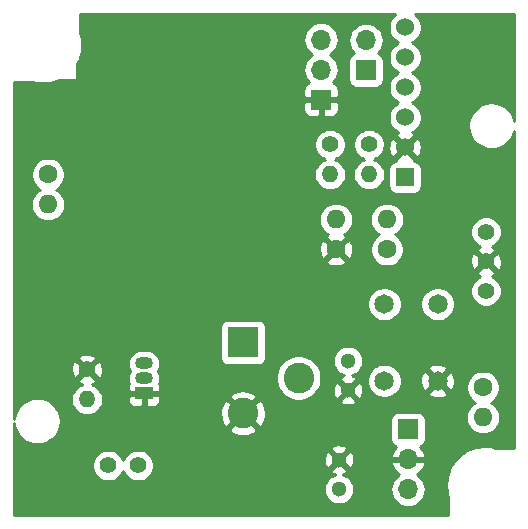
<source format=gbl>
G04 #@! TF.GenerationSoftware,KiCad,Pcbnew,(5.1.0)-1*
G04 #@! TF.CreationDate,2019-06-21T08:53:03-04:00*
G04 #@! TF.ProjectId,TempLogger2,54656d70-4c6f-4676-9765-72322e6b6963,rev?*
G04 #@! TF.SameCoordinates,Original*
G04 #@! TF.FileFunction,Copper,L2,Bot*
G04 #@! TF.FilePolarity,Positive*
%FSLAX46Y46*%
G04 Gerber Fmt 4.6, Leading zero omitted, Abs format (unit mm)*
G04 Created by KiCad (PCBNEW (5.1.0)-1) date 2019-06-21 08:53:03*
%MOMM*%
%LPD*%
G04 APERTURE LIST*
%ADD10O,1.700000X1.700000*%
%ADD11R,1.700000X1.700000*%
%ADD12C,1.600000*%
%ADD13O,1.600000X1.600000*%
%ADD14R,1.524000X1.524000*%
%ADD15C,1.524000*%
%ADD16C,1.400000*%
%ADD17C,1.650000*%
%ADD18C,1.300000*%
%ADD19O,1.500000X1.050000*%
%ADD20R,1.500000X1.050000*%
%ADD21R,2.600000X2.600000*%
%ADD22C,2.600000*%
%ADD23C,1.416000*%
%ADD24O,1.400000X1.400000*%
%ADD25C,1.000000*%
%ADD26C,0.254000*%
G04 APERTURE END LIST*
D10*
X152919000Y-83254201D03*
D11*
X152919000Y-85794201D03*
D12*
X125995000Y-94627200D03*
D13*
X125995000Y-97167200D03*
D14*
X156221000Y-94881200D03*
D15*
X156221000Y-92341200D03*
X156221000Y-89801200D03*
X156221000Y-87261200D03*
X156221000Y-84721200D03*
X156221000Y-82181200D03*
D16*
X163079000Y-99493200D03*
X163079000Y-101993200D03*
X163079000Y-104493200D03*
D17*
X158979000Y-105601200D03*
X158979000Y-112101200D03*
X154479000Y-105601200D03*
X154479000Y-112101200D03*
D18*
X150633000Y-118776200D03*
X150633000Y-121276200D03*
D19*
X134123000Y-111899200D03*
X134123000Y-110629200D03*
D20*
X134123000Y-113169200D03*
D21*
X142505000Y-108851200D03*
D22*
X142505000Y-114851200D03*
X147205000Y-111851200D03*
D23*
X133615000Y-119265200D03*
X131075000Y-119265200D03*
D24*
X153173000Y-94627200D03*
D16*
X153173000Y-92087200D03*
D24*
X149871000Y-94627200D03*
D16*
X149871000Y-92087200D03*
D13*
X162825000Y-115201200D03*
D12*
X162825000Y-112661200D03*
D13*
X154697000Y-98437200D03*
D12*
X154697000Y-100977200D03*
X150379000Y-100977200D03*
D13*
X150379000Y-98437200D03*
D16*
X129297000Y-111137200D03*
D24*
X129297000Y-113677200D03*
D11*
X156475000Y-116217200D03*
D10*
X156475000Y-118757200D03*
X156475000Y-121297200D03*
X149109000Y-83214201D03*
X149109000Y-85754201D03*
D11*
X149109000Y-88294201D03*
D18*
X151395000Y-110395200D03*
X151395000Y-112895200D03*
D25*
X148855000Y-104787200D03*
D26*
G36*
X155330465Y-81096080D02*
G01*
X155135880Y-81290665D01*
X154982995Y-81519473D01*
X154877686Y-81773710D01*
X154824000Y-82043608D01*
X154824000Y-82318792D01*
X154877686Y-82588690D01*
X154982995Y-82842927D01*
X155135880Y-83071735D01*
X155330465Y-83266320D01*
X155559273Y-83419205D01*
X155636515Y-83451200D01*
X155559273Y-83483195D01*
X155330465Y-83636080D01*
X155135880Y-83830665D01*
X154982995Y-84059473D01*
X154877686Y-84313710D01*
X154824000Y-84583608D01*
X154824000Y-84858792D01*
X154877686Y-85128690D01*
X154982995Y-85382927D01*
X155135880Y-85611735D01*
X155330465Y-85806320D01*
X155559273Y-85959205D01*
X155636515Y-85991200D01*
X155559273Y-86023195D01*
X155330465Y-86176080D01*
X155135880Y-86370665D01*
X154982995Y-86599473D01*
X154877686Y-86853710D01*
X154824000Y-87123608D01*
X154824000Y-87398792D01*
X154877686Y-87668690D01*
X154982995Y-87922927D01*
X155135880Y-88151735D01*
X155330465Y-88346320D01*
X155559273Y-88499205D01*
X155636515Y-88531200D01*
X155559273Y-88563195D01*
X155330465Y-88716080D01*
X155135880Y-88910665D01*
X154982995Y-89139473D01*
X154877686Y-89393710D01*
X154824000Y-89663608D01*
X154824000Y-89938792D01*
X154877686Y-90208690D01*
X154982995Y-90462927D01*
X155135880Y-90691735D01*
X155330465Y-90886320D01*
X155559273Y-91039205D01*
X155630943Y-91068892D01*
X155617977Y-91073564D01*
X155502020Y-91135544D01*
X155435040Y-91375635D01*
X156221000Y-92161595D01*
X157006960Y-91375635D01*
X156939980Y-91135544D01*
X156804240Y-91071715D01*
X156882727Y-91039205D01*
X157111535Y-90886320D01*
X157306120Y-90691735D01*
X157459005Y-90462927D01*
X157564314Y-90208690D01*
X157618000Y-89938792D01*
X157618000Y-89663608D01*
X157564314Y-89393710D01*
X157459005Y-89139473D01*
X157306120Y-88910665D01*
X157111535Y-88716080D01*
X156882727Y-88563195D01*
X156805485Y-88531200D01*
X156882727Y-88499205D01*
X157111535Y-88346320D01*
X157306120Y-88151735D01*
X157459005Y-87922927D01*
X157564314Y-87668690D01*
X157618000Y-87398792D01*
X157618000Y-87123608D01*
X157564314Y-86853710D01*
X157459005Y-86599473D01*
X157306120Y-86370665D01*
X157111535Y-86176080D01*
X156882727Y-86023195D01*
X156805485Y-85991200D01*
X156882727Y-85959205D01*
X157111535Y-85806320D01*
X157306120Y-85611735D01*
X157459005Y-85382927D01*
X157564314Y-85128690D01*
X157618000Y-84858792D01*
X157618000Y-84583608D01*
X157564314Y-84313710D01*
X157459005Y-84059473D01*
X157306120Y-83830665D01*
X157111535Y-83636080D01*
X156882727Y-83483195D01*
X156805485Y-83451200D01*
X156882727Y-83419205D01*
X157111535Y-83266320D01*
X157306120Y-83071735D01*
X157459005Y-82842927D01*
X157564314Y-82588690D01*
X157618000Y-82318792D01*
X157618000Y-82043608D01*
X157564314Y-81773710D01*
X157459005Y-81519473D01*
X157306120Y-81290665D01*
X157111535Y-81096080D01*
X157074300Y-81071200D01*
X165466861Y-81071200D01*
X165464970Y-90057835D01*
X165346220Y-89700861D01*
X165155347Y-89364864D01*
X164902847Y-89072340D01*
X164598337Y-88834431D01*
X164253417Y-88660199D01*
X163881223Y-88556281D01*
X163495934Y-88526634D01*
X163112224Y-88572389D01*
X162744709Y-88691802D01*
X162407387Y-88880325D01*
X162113107Y-89130776D01*
X161873078Y-89433618D01*
X161696443Y-89777313D01*
X161589928Y-90148772D01*
X161557593Y-90533845D01*
X161600668Y-90917865D01*
X161717512Y-91286205D01*
X161903675Y-91624835D01*
X162152067Y-91920856D01*
X162453225Y-92162993D01*
X162795679Y-92342024D01*
X163166385Y-92451129D01*
X163551223Y-92486152D01*
X163935534Y-92445759D01*
X164304681Y-92331489D01*
X164644602Y-92147694D01*
X164942350Y-91901376D01*
X165186584Y-91601915D01*
X165368001Y-91260719D01*
X165464784Y-90940159D01*
X165459140Y-117754800D01*
X163942800Y-117754800D01*
X163616077Y-117666723D01*
X163562380Y-117657750D01*
X163508974Y-117647151D01*
X163499797Y-117646312D01*
X162990458Y-117603323D01*
X162930638Y-117604133D01*
X162870825Y-117604107D01*
X162861660Y-117605067D01*
X162353671Y-117661828D01*
X162295186Y-117674234D01*
X162236470Y-117685833D01*
X162227666Y-117688555D01*
X161740377Y-117842903D01*
X161685397Y-117866440D01*
X161630070Y-117889216D01*
X161621962Y-117893596D01*
X161173933Y-118139653D01*
X161124567Y-118173424D01*
X161074721Y-118206510D01*
X161067619Y-118212381D01*
X160675915Y-118540775D01*
X160634072Y-118583467D01*
X160591579Y-118625628D01*
X160585752Y-118632767D01*
X160265294Y-119030989D01*
X160232519Y-119081029D01*
X160199047Y-119130607D01*
X160194717Y-119138742D01*
X159957710Y-119591624D01*
X159935293Y-119647042D01*
X159912073Y-119702213D01*
X159909406Y-119711034D01*
X159764878Y-120201324D01*
X159753638Y-120260111D01*
X159741591Y-120318672D01*
X159740688Y-120327843D01*
X159694144Y-120836869D01*
X159694536Y-120896654D01*
X159694092Y-120956503D01*
X159694988Y-120965675D01*
X159748200Y-121474046D01*
X159760199Y-121532625D01*
X159771387Y-121591415D01*
X159774047Y-121600237D01*
X159895558Y-121993369D01*
X159895557Y-123431527D01*
X123121400Y-123449675D01*
X123121400Y-121149639D01*
X149348000Y-121149639D01*
X149348000Y-121402761D01*
X149397381Y-121651021D01*
X149494247Y-121884876D01*
X149634875Y-122095340D01*
X149813860Y-122274325D01*
X150024324Y-122414953D01*
X150258179Y-122511819D01*
X150506439Y-122561200D01*
X150759561Y-122561200D01*
X151007821Y-122511819D01*
X151241676Y-122414953D01*
X151452140Y-122274325D01*
X151631125Y-122095340D01*
X151771753Y-121884876D01*
X151868619Y-121651021D01*
X151918000Y-121402761D01*
X151918000Y-121297200D01*
X154982815Y-121297200D01*
X155011487Y-121588311D01*
X155096401Y-121868234D01*
X155234294Y-122126214D01*
X155419866Y-122352334D01*
X155645986Y-122537906D01*
X155903966Y-122675799D01*
X156183889Y-122760713D01*
X156402050Y-122782200D01*
X156547950Y-122782200D01*
X156766111Y-122760713D01*
X157046034Y-122675799D01*
X157304014Y-122537906D01*
X157530134Y-122352334D01*
X157715706Y-122126214D01*
X157853599Y-121868234D01*
X157938513Y-121588311D01*
X157967185Y-121297200D01*
X157938513Y-121006089D01*
X157853599Y-120726166D01*
X157715706Y-120468186D01*
X157530134Y-120242066D01*
X157304014Y-120056494D01*
X157239477Y-120021999D01*
X157356355Y-119952378D01*
X157572588Y-119757469D01*
X157746641Y-119524120D01*
X157871825Y-119261299D01*
X157916476Y-119114090D01*
X157795155Y-118884200D01*
X156602000Y-118884200D01*
X156602000Y-118904200D01*
X156348000Y-118904200D01*
X156348000Y-118884200D01*
X155154845Y-118884200D01*
X155033524Y-119114090D01*
X155078175Y-119261299D01*
X155203359Y-119524120D01*
X155377412Y-119757469D01*
X155593645Y-119952378D01*
X155710523Y-120021999D01*
X155645986Y-120056494D01*
X155419866Y-120242066D01*
X155234294Y-120468186D01*
X155096401Y-120726166D01*
X155011487Y-121006089D01*
X154982815Y-121297200D01*
X151918000Y-121297200D01*
X151918000Y-121149639D01*
X151868619Y-120901379D01*
X151771753Y-120667524D01*
X151631125Y-120457060D01*
X151452140Y-120278075D01*
X151241676Y-120137447D01*
X151007821Y-120040581D01*
X150944100Y-120027906D01*
X150959449Y-120025470D01*
X151196896Y-119937778D01*
X151285534Y-119890401D01*
X151338922Y-119661727D01*
X150633000Y-118955805D01*
X149927078Y-119661727D01*
X149980466Y-119890401D01*
X150210374Y-119996295D01*
X150333017Y-120025695D01*
X150258179Y-120040581D01*
X150024324Y-120137447D01*
X149813860Y-120278075D01*
X149634875Y-120457060D01*
X149494247Y-120667524D01*
X149397381Y-120901379D01*
X149348000Y-121149639D01*
X123121400Y-121149639D01*
X123121400Y-119132926D01*
X129732000Y-119132926D01*
X129732000Y-119397474D01*
X129783611Y-119656939D01*
X129884849Y-119901349D01*
X130031824Y-120121312D01*
X130218888Y-120308376D01*
X130438851Y-120455351D01*
X130683261Y-120556589D01*
X130942726Y-120608200D01*
X131207274Y-120608200D01*
X131466739Y-120556589D01*
X131711149Y-120455351D01*
X131931112Y-120308376D01*
X132118176Y-120121312D01*
X132265151Y-119901349D01*
X132345000Y-119708577D01*
X132424849Y-119901349D01*
X132571824Y-120121312D01*
X132758888Y-120308376D01*
X132978851Y-120455351D01*
X133223261Y-120556589D01*
X133482726Y-120608200D01*
X133747274Y-120608200D01*
X134006739Y-120556589D01*
X134251149Y-120455351D01*
X134471112Y-120308376D01*
X134658176Y-120121312D01*
X134805151Y-119901349D01*
X134906389Y-119656939D01*
X134958000Y-119397474D01*
X134958000Y-119132926D01*
X134906389Y-118873461D01*
X134897771Y-118852655D01*
X149344048Y-118852655D01*
X149383730Y-119102649D01*
X149471422Y-119340096D01*
X149518799Y-119428734D01*
X149747473Y-119482122D01*
X150453395Y-118776200D01*
X150812605Y-118776200D01*
X151518527Y-119482122D01*
X151747201Y-119428734D01*
X151853095Y-119198826D01*
X151912102Y-118952676D01*
X151921952Y-118699745D01*
X151882270Y-118449751D01*
X151794578Y-118212304D01*
X151747201Y-118123666D01*
X151518527Y-118070278D01*
X150812605Y-118776200D01*
X150453395Y-118776200D01*
X149747473Y-118070278D01*
X149518799Y-118123666D01*
X149412905Y-118353574D01*
X149353898Y-118599724D01*
X149344048Y-118852655D01*
X134897771Y-118852655D01*
X134805151Y-118629051D01*
X134658176Y-118409088D01*
X134471112Y-118222024D01*
X134251149Y-118075049D01*
X134006739Y-117973811D01*
X133747274Y-117922200D01*
X133482726Y-117922200D01*
X133223261Y-117973811D01*
X132978851Y-118075049D01*
X132758888Y-118222024D01*
X132571824Y-118409088D01*
X132424849Y-118629051D01*
X132345000Y-118821823D01*
X132265151Y-118629051D01*
X132118176Y-118409088D01*
X131931112Y-118222024D01*
X131711149Y-118075049D01*
X131466739Y-117973811D01*
X131207274Y-117922200D01*
X130942726Y-117922200D01*
X130683261Y-117973811D01*
X130438851Y-118075049D01*
X130218888Y-118222024D01*
X130031824Y-118409088D01*
X129884849Y-118629051D01*
X129783611Y-118873461D01*
X129732000Y-119132926D01*
X123121400Y-119132926D01*
X123121400Y-117890673D01*
X149927078Y-117890673D01*
X150633000Y-118596595D01*
X151338922Y-117890673D01*
X151285534Y-117661999D01*
X151055626Y-117556105D01*
X150809476Y-117497098D01*
X150556545Y-117487248D01*
X150306551Y-117526930D01*
X150069104Y-117614622D01*
X149980466Y-117661999D01*
X149927078Y-117890673D01*
X123121400Y-117890673D01*
X123121400Y-115669418D01*
X123149268Y-115917865D01*
X123266112Y-116286205D01*
X123452275Y-116624835D01*
X123700667Y-116920856D01*
X124001825Y-117162993D01*
X124344279Y-117342024D01*
X124714985Y-117451129D01*
X125099823Y-117486152D01*
X125484134Y-117445759D01*
X125853281Y-117331489D01*
X126193202Y-117147694D01*
X126490950Y-116901376D01*
X126735184Y-116601915D01*
X126916601Y-116260719D01*
X126934805Y-116200424D01*
X141335381Y-116200424D01*
X141467317Y-116495512D01*
X141808045Y-116666359D01*
X142175557Y-116767450D01*
X142555729Y-116794901D01*
X142933951Y-116747657D01*
X143295690Y-116627533D01*
X143542683Y-116495512D01*
X143674619Y-116200424D01*
X142505000Y-115030805D01*
X141335381Y-116200424D01*
X126934805Y-116200424D01*
X127028291Y-115890784D01*
X127066000Y-115506200D01*
X127065228Y-115450915D01*
X127016796Y-115067534D01*
X126894820Y-114700861D01*
X126703947Y-114364864D01*
X126451447Y-114072340D01*
X126146937Y-113834431D01*
X125835674Y-113677200D01*
X127955541Y-113677200D01*
X127981317Y-113938906D01*
X128057653Y-114190554D01*
X128181618Y-114422475D01*
X128348445Y-114625755D01*
X128551725Y-114792582D01*
X128783646Y-114916547D01*
X129035294Y-114992883D01*
X129231421Y-115012200D01*
X129362579Y-115012200D01*
X129558706Y-114992883D01*
X129810354Y-114916547D01*
X129837702Y-114901929D01*
X140561299Y-114901929D01*
X140608543Y-115280151D01*
X140728667Y-115641890D01*
X140860688Y-115888883D01*
X141155776Y-116020819D01*
X142325395Y-114851200D01*
X142684605Y-114851200D01*
X143854224Y-116020819D01*
X144149312Y-115888883D01*
X144320159Y-115548155D01*
X144369934Y-115367200D01*
X154986928Y-115367200D01*
X154986928Y-117067200D01*
X154999188Y-117191682D01*
X155035498Y-117311380D01*
X155094463Y-117421694D01*
X155173815Y-117518385D01*
X155270506Y-117597737D01*
X155380820Y-117656702D01*
X155461466Y-117681166D01*
X155377412Y-117756931D01*
X155203359Y-117990280D01*
X155078175Y-118253101D01*
X155033524Y-118400310D01*
X155154845Y-118630200D01*
X156348000Y-118630200D01*
X156348000Y-118610200D01*
X156602000Y-118610200D01*
X156602000Y-118630200D01*
X157795155Y-118630200D01*
X157916476Y-118400310D01*
X157871825Y-118253101D01*
X157746641Y-117990280D01*
X157572588Y-117756931D01*
X157488534Y-117681166D01*
X157569180Y-117656702D01*
X157679494Y-117597737D01*
X157776185Y-117518385D01*
X157855537Y-117421694D01*
X157914502Y-117311380D01*
X157950812Y-117191682D01*
X157963072Y-117067200D01*
X157963072Y-115367200D01*
X157950812Y-115242718D01*
X157938218Y-115201200D01*
X161383057Y-115201200D01*
X161410764Y-115482509D01*
X161492818Y-115753008D01*
X161626068Y-116002301D01*
X161805392Y-116220808D01*
X162023899Y-116400132D01*
X162273192Y-116533382D01*
X162543691Y-116615436D01*
X162754508Y-116636200D01*
X162895492Y-116636200D01*
X163106309Y-116615436D01*
X163376808Y-116533382D01*
X163626101Y-116400132D01*
X163844608Y-116220808D01*
X164023932Y-116002301D01*
X164157182Y-115753008D01*
X164239236Y-115482509D01*
X164266943Y-115201200D01*
X164239236Y-114919891D01*
X164157182Y-114649392D01*
X164023932Y-114400099D01*
X163844608Y-114181592D01*
X163626101Y-114002268D01*
X163499971Y-113934850D01*
X163504727Y-113932880D01*
X163739759Y-113775837D01*
X163939637Y-113575959D01*
X164096680Y-113340927D01*
X164204853Y-113079774D01*
X164260000Y-112802535D01*
X164260000Y-112519865D01*
X164204853Y-112242626D01*
X164096680Y-111981473D01*
X163939637Y-111746441D01*
X163739759Y-111546563D01*
X163504727Y-111389520D01*
X163243574Y-111281347D01*
X162966335Y-111226200D01*
X162683665Y-111226200D01*
X162406426Y-111281347D01*
X162145273Y-111389520D01*
X161910241Y-111546563D01*
X161710363Y-111746441D01*
X161553320Y-111981473D01*
X161445147Y-112242626D01*
X161390000Y-112519865D01*
X161390000Y-112802535D01*
X161445147Y-113079774D01*
X161553320Y-113340927D01*
X161710363Y-113575959D01*
X161910241Y-113775837D01*
X162145273Y-113932880D01*
X162150029Y-113934850D01*
X162023899Y-114002268D01*
X161805392Y-114181592D01*
X161626068Y-114400099D01*
X161492818Y-114649392D01*
X161410764Y-114919891D01*
X161383057Y-115201200D01*
X157938218Y-115201200D01*
X157914502Y-115123020D01*
X157855537Y-115012706D01*
X157776185Y-114916015D01*
X157679494Y-114836663D01*
X157569180Y-114777698D01*
X157449482Y-114741388D01*
X157325000Y-114729128D01*
X155625000Y-114729128D01*
X155500518Y-114741388D01*
X155380820Y-114777698D01*
X155270506Y-114836663D01*
X155173815Y-114916015D01*
X155094463Y-115012706D01*
X155035498Y-115123020D01*
X154999188Y-115242718D01*
X154986928Y-115367200D01*
X144369934Y-115367200D01*
X144421250Y-115180643D01*
X144448701Y-114800471D01*
X144401457Y-114422249D01*
X144281333Y-114060510D01*
X144149312Y-113813517D01*
X143854224Y-113681581D01*
X142684605Y-114851200D01*
X142325395Y-114851200D01*
X141155776Y-113681581D01*
X140860688Y-113813517D01*
X140689841Y-114154245D01*
X140588750Y-114521757D01*
X140561299Y-114901929D01*
X129837702Y-114901929D01*
X130042275Y-114792582D01*
X130245555Y-114625755D01*
X130412382Y-114422475D01*
X130536347Y-114190554D01*
X130612683Y-113938906D01*
X130636784Y-113694200D01*
X132734928Y-113694200D01*
X132747188Y-113818682D01*
X132783498Y-113938380D01*
X132842463Y-114048694D01*
X132921815Y-114145385D01*
X133018506Y-114224737D01*
X133128820Y-114283702D01*
X133248518Y-114320012D01*
X133373000Y-114332272D01*
X133837250Y-114329200D01*
X133996000Y-114170450D01*
X133996000Y-113296200D01*
X134250000Y-113296200D01*
X134250000Y-114170450D01*
X134408750Y-114329200D01*
X134873000Y-114332272D01*
X134997482Y-114320012D01*
X135117180Y-114283702D01*
X135227494Y-114224737D01*
X135324185Y-114145385D01*
X135403537Y-114048694D01*
X135462502Y-113938380D01*
X135498812Y-113818682D01*
X135511072Y-113694200D01*
X135508604Y-113501976D01*
X141335381Y-113501976D01*
X142505000Y-114671595D01*
X143674619Y-113501976D01*
X143542683Y-113206888D01*
X143201955Y-113036041D01*
X142834443Y-112934950D01*
X142454271Y-112907499D01*
X142076049Y-112954743D01*
X141714310Y-113074867D01*
X141467317Y-113206888D01*
X141335381Y-113501976D01*
X135508604Y-113501976D01*
X135508000Y-113454950D01*
X135349250Y-113296200D01*
X134250000Y-113296200D01*
X133996000Y-113296200D01*
X132896750Y-113296200D01*
X132738000Y-113454950D01*
X132734928Y-113694200D01*
X130636784Y-113694200D01*
X130638459Y-113677200D01*
X130612683Y-113415494D01*
X130536347Y-113163846D01*
X130412382Y-112931925D01*
X130245555Y-112728645D01*
X130042275Y-112561818D01*
X129810354Y-112437853D01*
X129710293Y-112407500D01*
X129878366Y-112346135D01*
X129979203Y-112292237D01*
X130038664Y-112058469D01*
X129297000Y-111316805D01*
X128555336Y-112058469D01*
X128614797Y-112292237D01*
X128853242Y-112403134D01*
X128878119Y-112409195D01*
X128783646Y-112437853D01*
X128551725Y-112561818D01*
X128348445Y-112728645D01*
X128181618Y-112931925D01*
X128057653Y-113163846D01*
X127981317Y-113415494D01*
X127955541Y-113677200D01*
X125835674Y-113677200D01*
X125802017Y-113660199D01*
X125429823Y-113556281D01*
X125044534Y-113526634D01*
X124660824Y-113572389D01*
X124293309Y-113691802D01*
X123955987Y-113880325D01*
X123661707Y-114130776D01*
X123421678Y-114433618D01*
X123245043Y-114777313D01*
X123138528Y-115148772D01*
X123121400Y-115352747D01*
X123121400Y-111211673D01*
X127957610Y-111211673D01*
X127997875Y-111471544D01*
X128088065Y-111718566D01*
X128141963Y-111819403D01*
X128375731Y-111878864D01*
X129117395Y-111137200D01*
X129476605Y-111137200D01*
X130218269Y-111878864D01*
X130452037Y-111819403D01*
X130562934Y-111580958D01*
X130625183Y-111325460D01*
X130636390Y-111062727D01*
X130596125Y-110802856D01*
X130532722Y-110629200D01*
X132732388Y-110629200D01*
X132754785Y-110856600D01*
X132821115Y-111075260D01*
X132922105Y-111264200D01*
X132821115Y-111453140D01*
X132754785Y-111671800D01*
X132732388Y-111899200D01*
X132754785Y-112126600D01*
X132818093Y-112335298D01*
X132783498Y-112400020D01*
X132747188Y-112519718D01*
X132734928Y-112644200D01*
X132738000Y-112883450D01*
X132896750Y-113042200D01*
X133669891Y-113042200D01*
X133670600Y-113042415D01*
X133841021Y-113059200D01*
X134404979Y-113059200D01*
X134575400Y-113042415D01*
X134576109Y-113042200D01*
X135349250Y-113042200D01*
X135508000Y-112883450D01*
X135511072Y-112644200D01*
X135498812Y-112519718D01*
X135462502Y-112400020D01*
X135427907Y-112335298D01*
X135491215Y-112126600D01*
X135513612Y-111899200D01*
X135491215Y-111671800D01*
X135487824Y-111660619D01*
X145270000Y-111660619D01*
X145270000Y-112041781D01*
X145344361Y-112415619D01*
X145490225Y-112767766D01*
X145701987Y-113084691D01*
X145971509Y-113354213D01*
X146288434Y-113565975D01*
X146640581Y-113711839D01*
X147014419Y-113786200D01*
X147395581Y-113786200D01*
X147423095Y-113780727D01*
X150689078Y-113780727D01*
X150742466Y-114009401D01*
X150972374Y-114115295D01*
X151218524Y-114174302D01*
X151471455Y-114184152D01*
X151721449Y-114144470D01*
X151958896Y-114056778D01*
X152047534Y-114009401D01*
X152100922Y-113780727D01*
X151395000Y-113074805D01*
X150689078Y-113780727D01*
X147423095Y-113780727D01*
X147769419Y-113711839D01*
X148121566Y-113565975D01*
X148438491Y-113354213D01*
X148708013Y-113084691D01*
X148783541Y-112971655D01*
X150106048Y-112971655D01*
X150145730Y-113221649D01*
X150233422Y-113459096D01*
X150280799Y-113547734D01*
X150509473Y-113601122D01*
X151215395Y-112895200D01*
X151574605Y-112895200D01*
X152280527Y-113601122D01*
X152509201Y-113547734D01*
X152615095Y-113317826D01*
X152674102Y-113071676D01*
X152683952Y-112818745D01*
X152644270Y-112568751D01*
X152556578Y-112331304D01*
X152509201Y-112242666D01*
X152280527Y-112189278D01*
X151574605Y-112895200D01*
X151215395Y-112895200D01*
X150509473Y-112189278D01*
X150280799Y-112242666D01*
X150174905Y-112472574D01*
X150115898Y-112718724D01*
X150106048Y-112971655D01*
X148783541Y-112971655D01*
X148919775Y-112767766D01*
X149065639Y-112415619D01*
X149140000Y-112041781D01*
X149140000Y-111660619D01*
X149065639Y-111286781D01*
X148919775Y-110934634D01*
X148708013Y-110617709D01*
X148438491Y-110348187D01*
X148319439Y-110268639D01*
X150110000Y-110268639D01*
X150110000Y-110521761D01*
X150159381Y-110770021D01*
X150256247Y-111003876D01*
X150396875Y-111214340D01*
X150575860Y-111393325D01*
X150786324Y-111533953D01*
X151020179Y-111630819D01*
X151083900Y-111643494D01*
X151068551Y-111645930D01*
X150831104Y-111733622D01*
X150742466Y-111780999D01*
X150689078Y-112009673D01*
X151395000Y-112715595D01*
X152100922Y-112009673D01*
X152088719Y-111957403D01*
X153019000Y-111957403D01*
X153019000Y-112244997D01*
X153075107Y-112527066D01*
X153185165Y-112792769D01*
X153344944Y-113031896D01*
X153548304Y-113235256D01*
X153787431Y-113395035D01*
X154053134Y-113505093D01*
X154335203Y-113561200D01*
X154622797Y-113561200D01*
X154904866Y-113505093D01*
X155170569Y-113395035D01*
X155409696Y-113235256D01*
X155533201Y-113111751D01*
X158148054Y-113111751D01*
X158222663Y-113358273D01*
X158482439Y-113481673D01*
X158761297Y-113552023D01*
X159048521Y-113566617D01*
X159333074Y-113524897D01*
X159604020Y-113428465D01*
X159735337Y-113358273D01*
X159809946Y-113111751D01*
X158979000Y-112280805D01*
X158148054Y-113111751D01*
X155533201Y-113111751D01*
X155613056Y-113031896D01*
X155772835Y-112792769D01*
X155882893Y-112527066D01*
X155939000Y-112244997D01*
X155939000Y-112170721D01*
X157513583Y-112170721D01*
X157555303Y-112455274D01*
X157651735Y-112726220D01*
X157721927Y-112857537D01*
X157968449Y-112932146D01*
X158799395Y-112101200D01*
X159158605Y-112101200D01*
X159989551Y-112932146D01*
X160236073Y-112857537D01*
X160359473Y-112597761D01*
X160429823Y-112318903D01*
X160444417Y-112031679D01*
X160402697Y-111747126D01*
X160306265Y-111476180D01*
X160236073Y-111344863D01*
X159989551Y-111270254D01*
X159158605Y-112101200D01*
X158799395Y-112101200D01*
X157968449Y-111270254D01*
X157721927Y-111344863D01*
X157598527Y-111604639D01*
X157528177Y-111883497D01*
X157513583Y-112170721D01*
X155939000Y-112170721D01*
X155939000Y-111957403D01*
X155882893Y-111675334D01*
X155772835Y-111409631D01*
X155613056Y-111170504D01*
X155533201Y-111090649D01*
X158148054Y-111090649D01*
X158979000Y-111921595D01*
X159809946Y-111090649D01*
X159735337Y-110844127D01*
X159475561Y-110720727D01*
X159196703Y-110650377D01*
X158909479Y-110635783D01*
X158624926Y-110677503D01*
X158353980Y-110773935D01*
X158222663Y-110844127D01*
X158148054Y-111090649D01*
X155533201Y-111090649D01*
X155409696Y-110967144D01*
X155170569Y-110807365D01*
X154904866Y-110697307D01*
X154622797Y-110641200D01*
X154335203Y-110641200D01*
X154053134Y-110697307D01*
X153787431Y-110807365D01*
X153548304Y-110967144D01*
X153344944Y-111170504D01*
X153185165Y-111409631D01*
X153075107Y-111675334D01*
X153019000Y-111957403D01*
X152088719Y-111957403D01*
X152047534Y-111780999D01*
X151817626Y-111675105D01*
X151694983Y-111645705D01*
X151769821Y-111630819D01*
X152003676Y-111533953D01*
X152214140Y-111393325D01*
X152393125Y-111214340D01*
X152533753Y-111003876D01*
X152630619Y-110770021D01*
X152680000Y-110521761D01*
X152680000Y-110268639D01*
X152630619Y-110020379D01*
X152533753Y-109786524D01*
X152393125Y-109576060D01*
X152214140Y-109397075D01*
X152003676Y-109256447D01*
X151769821Y-109159581D01*
X151521561Y-109110200D01*
X151268439Y-109110200D01*
X151020179Y-109159581D01*
X150786324Y-109256447D01*
X150575860Y-109397075D01*
X150396875Y-109576060D01*
X150256247Y-109786524D01*
X150159381Y-110020379D01*
X150110000Y-110268639D01*
X148319439Y-110268639D01*
X148121566Y-110136425D01*
X147769419Y-109990561D01*
X147395581Y-109916200D01*
X147014419Y-109916200D01*
X146640581Y-109990561D01*
X146288434Y-110136425D01*
X145971509Y-110348187D01*
X145701987Y-110617709D01*
X145490225Y-110934634D01*
X145344361Y-111286781D01*
X145270000Y-111660619D01*
X135487824Y-111660619D01*
X135424885Y-111453140D01*
X135323895Y-111264200D01*
X135424885Y-111075260D01*
X135491215Y-110856600D01*
X135513612Y-110629200D01*
X135491215Y-110401800D01*
X135424885Y-110183140D01*
X135317171Y-109981621D01*
X135172212Y-109804988D01*
X134995579Y-109660029D01*
X134794060Y-109552315D01*
X134575400Y-109485985D01*
X134404979Y-109469200D01*
X133841021Y-109469200D01*
X133670600Y-109485985D01*
X133451940Y-109552315D01*
X133250421Y-109660029D01*
X133073788Y-109804988D01*
X132928829Y-109981621D01*
X132821115Y-110183140D01*
X132754785Y-110401800D01*
X132732388Y-110629200D01*
X130532722Y-110629200D01*
X130505935Y-110555834D01*
X130452037Y-110454997D01*
X130218269Y-110395536D01*
X129476605Y-111137200D01*
X129117395Y-111137200D01*
X128375731Y-110395536D01*
X128141963Y-110454997D01*
X128031066Y-110693442D01*
X127968817Y-110948940D01*
X127957610Y-111211673D01*
X123121400Y-111211673D01*
X123121400Y-110215931D01*
X128555336Y-110215931D01*
X129297000Y-110957595D01*
X130038664Y-110215931D01*
X129979203Y-109982163D01*
X129740758Y-109871266D01*
X129485260Y-109809017D01*
X129222527Y-109797810D01*
X128962656Y-109838075D01*
X128715634Y-109928265D01*
X128614797Y-109982163D01*
X128555336Y-110215931D01*
X123121400Y-110215931D01*
X123121400Y-107551200D01*
X140566928Y-107551200D01*
X140566928Y-110151200D01*
X140579188Y-110275682D01*
X140615498Y-110395380D01*
X140674463Y-110505694D01*
X140753815Y-110602385D01*
X140850506Y-110681737D01*
X140960820Y-110740702D01*
X141080518Y-110777012D01*
X141205000Y-110789272D01*
X143805000Y-110789272D01*
X143929482Y-110777012D01*
X144049180Y-110740702D01*
X144159494Y-110681737D01*
X144256185Y-110602385D01*
X144335537Y-110505694D01*
X144394502Y-110395380D01*
X144430812Y-110275682D01*
X144443072Y-110151200D01*
X144443072Y-107551200D01*
X144430812Y-107426718D01*
X144394502Y-107307020D01*
X144335537Y-107196706D01*
X144256185Y-107100015D01*
X144159494Y-107020663D01*
X144049180Y-106961698D01*
X143929482Y-106925388D01*
X143805000Y-106913128D01*
X141205000Y-106913128D01*
X141080518Y-106925388D01*
X140960820Y-106961698D01*
X140850506Y-107020663D01*
X140753815Y-107100015D01*
X140674463Y-107196706D01*
X140615498Y-107307020D01*
X140579188Y-107426718D01*
X140566928Y-107551200D01*
X123121400Y-107551200D01*
X123121400Y-105457403D01*
X153019000Y-105457403D01*
X153019000Y-105744997D01*
X153075107Y-106027066D01*
X153185165Y-106292769D01*
X153344944Y-106531896D01*
X153548304Y-106735256D01*
X153787431Y-106895035D01*
X154053134Y-107005093D01*
X154335203Y-107061200D01*
X154622797Y-107061200D01*
X154904866Y-107005093D01*
X155170569Y-106895035D01*
X155409696Y-106735256D01*
X155613056Y-106531896D01*
X155772835Y-106292769D01*
X155882893Y-106027066D01*
X155939000Y-105744997D01*
X155939000Y-105457403D01*
X157519000Y-105457403D01*
X157519000Y-105744997D01*
X157575107Y-106027066D01*
X157685165Y-106292769D01*
X157844944Y-106531896D01*
X158048304Y-106735256D01*
X158287431Y-106895035D01*
X158553134Y-107005093D01*
X158835203Y-107061200D01*
X159122797Y-107061200D01*
X159404866Y-107005093D01*
X159670569Y-106895035D01*
X159909696Y-106735256D01*
X160113056Y-106531896D01*
X160272835Y-106292769D01*
X160382893Y-106027066D01*
X160439000Y-105744997D01*
X160439000Y-105457403D01*
X160382893Y-105175334D01*
X160272835Y-104909631D01*
X160113056Y-104670504D01*
X159909696Y-104467144D01*
X159751909Y-104361714D01*
X161744000Y-104361714D01*
X161744000Y-104624686D01*
X161795304Y-104882605D01*
X161895939Y-105125559D01*
X162042038Y-105344213D01*
X162227987Y-105530162D01*
X162446641Y-105676261D01*
X162689595Y-105776896D01*
X162947514Y-105828200D01*
X163210486Y-105828200D01*
X163468405Y-105776896D01*
X163711359Y-105676261D01*
X163930013Y-105530162D01*
X164115962Y-105344213D01*
X164262061Y-105125559D01*
X164362696Y-104882605D01*
X164414000Y-104624686D01*
X164414000Y-104361714D01*
X164362696Y-104103795D01*
X164262061Y-103860841D01*
X164115962Y-103642187D01*
X163930013Y-103456238D01*
X163711359Y-103310139D01*
X163548882Y-103242839D01*
X163660366Y-103202135D01*
X163761203Y-103148237D01*
X163820664Y-102914469D01*
X163079000Y-102172805D01*
X162337336Y-102914469D01*
X162396797Y-103148237D01*
X162604404Y-103244792D01*
X162446641Y-103310139D01*
X162227987Y-103456238D01*
X162042038Y-103642187D01*
X161895939Y-103860841D01*
X161795304Y-104103795D01*
X161744000Y-104361714D01*
X159751909Y-104361714D01*
X159670569Y-104307365D01*
X159404866Y-104197307D01*
X159122797Y-104141200D01*
X158835203Y-104141200D01*
X158553134Y-104197307D01*
X158287431Y-104307365D01*
X158048304Y-104467144D01*
X157844944Y-104670504D01*
X157685165Y-104909631D01*
X157575107Y-105175334D01*
X157519000Y-105457403D01*
X155939000Y-105457403D01*
X155882893Y-105175334D01*
X155772835Y-104909631D01*
X155613056Y-104670504D01*
X155409696Y-104467144D01*
X155170569Y-104307365D01*
X154904866Y-104197307D01*
X154622797Y-104141200D01*
X154335203Y-104141200D01*
X154053134Y-104197307D01*
X153787431Y-104307365D01*
X153548304Y-104467144D01*
X153344944Y-104670504D01*
X153185165Y-104909631D01*
X153075107Y-105175334D01*
X153019000Y-105457403D01*
X123121400Y-105457403D01*
X123121400Y-101969902D01*
X149565903Y-101969902D01*
X149637486Y-102213871D01*
X149892996Y-102334771D01*
X150167184Y-102403500D01*
X150449512Y-102417417D01*
X150729130Y-102375987D01*
X150995292Y-102280803D01*
X151120514Y-102213871D01*
X151192097Y-101969902D01*
X150379000Y-101156805D01*
X149565903Y-101969902D01*
X123121400Y-101969902D01*
X123121400Y-101047712D01*
X148938783Y-101047712D01*
X148980213Y-101327330D01*
X149075397Y-101593492D01*
X149142329Y-101718714D01*
X149386298Y-101790297D01*
X150199395Y-100977200D01*
X150558605Y-100977200D01*
X151371702Y-101790297D01*
X151615671Y-101718714D01*
X151736571Y-101463204D01*
X151805300Y-101189016D01*
X151819217Y-100906688D01*
X151777787Y-100627070D01*
X151682603Y-100360908D01*
X151615671Y-100235686D01*
X151371702Y-100164103D01*
X150558605Y-100977200D01*
X150199395Y-100977200D01*
X149386298Y-100164103D01*
X149142329Y-100235686D01*
X149021429Y-100491196D01*
X148952700Y-100765384D01*
X148938783Y-101047712D01*
X123121400Y-101047712D01*
X123121400Y-97167200D01*
X124553057Y-97167200D01*
X124580764Y-97448509D01*
X124662818Y-97719008D01*
X124796068Y-97968301D01*
X124975392Y-98186808D01*
X125193899Y-98366132D01*
X125443192Y-98499382D01*
X125713691Y-98581436D01*
X125924508Y-98602200D01*
X126065492Y-98602200D01*
X126276309Y-98581436D01*
X126546808Y-98499382D01*
X126663142Y-98437200D01*
X148937057Y-98437200D01*
X148964764Y-98718509D01*
X149046818Y-98989008D01*
X149180068Y-99238301D01*
X149359392Y-99456808D01*
X149577899Y-99636132D01*
X149705349Y-99704256D01*
X149637486Y-99740529D01*
X149565903Y-99984498D01*
X150379000Y-100797595D01*
X151192097Y-99984498D01*
X151120514Y-99740529D01*
X151048520Y-99706464D01*
X151180101Y-99636132D01*
X151398608Y-99456808D01*
X151577932Y-99238301D01*
X151711182Y-98989008D01*
X151793236Y-98718509D01*
X151820943Y-98437200D01*
X153255057Y-98437200D01*
X153282764Y-98718509D01*
X153364818Y-98989008D01*
X153498068Y-99238301D01*
X153677392Y-99456808D01*
X153895899Y-99636132D01*
X154022029Y-99703550D01*
X154017273Y-99705520D01*
X153782241Y-99862563D01*
X153582363Y-100062441D01*
X153425320Y-100297473D01*
X153317147Y-100558626D01*
X153262000Y-100835865D01*
X153262000Y-101118535D01*
X153317147Y-101395774D01*
X153425320Y-101656927D01*
X153582363Y-101891959D01*
X153782241Y-102091837D01*
X154017273Y-102248880D01*
X154278426Y-102357053D01*
X154555665Y-102412200D01*
X154838335Y-102412200D01*
X155115574Y-102357053D01*
X155376727Y-102248880D01*
X155611759Y-102091837D01*
X155635923Y-102067673D01*
X161739610Y-102067673D01*
X161779875Y-102327544D01*
X161870065Y-102574566D01*
X161923963Y-102675403D01*
X162157731Y-102734864D01*
X162899395Y-101993200D01*
X163258605Y-101993200D01*
X164000269Y-102734864D01*
X164234037Y-102675403D01*
X164344934Y-102436958D01*
X164407183Y-102181460D01*
X164418390Y-101918727D01*
X164378125Y-101658856D01*
X164287935Y-101411834D01*
X164234037Y-101310997D01*
X164000269Y-101251536D01*
X163258605Y-101993200D01*
X162899395Y-101993200D01*
X162157731Y-101251536D01*
X161923963Y-101310997D01*
X161813066Y-101549442D01*
X161750817Y-101804940D01*
X161739610Y-102067673D01*
X155635923Y-102067673D01*
X155811637Y-101891959D01*
X155968680Y-101656927D01*
X156076853Y-101395774D01*
X156132000Y-101118535D01*
X156132000Y-100835865D01*
X156076853Y-100558626D01*
X155968680Y-100297473D01*
X155811637Y-100062441D01*
X155611759Y-99862563D01*
X155376727Y-99705520D01*
X155371971Y-99703550D01*
X155498101Y-99636132D01*
X155716608Y-99456808D01*
X155794649Y-99361714D01*
X161744000Y-99361714D01*
X161744000Y-99624686D01*
X161795304Y-99882605D01*
X161895939Y-100125559D01*
X162042038Y-100344213D01*
X162227987Y-100530162D01*
X162446641Y-100676261D01*
X162609118Y-100743561D01*
X162497634Y-100784265D01*
X162396797Y-100838163D01*
X162337336Y-101071931D01*
X163079000Y-101813595D01*
X163820664Y-101071931D01*
X163761203Y-100838163D01*
X163553596Y-100741608D01*
X163711359Y-100676261D01*
X163930013Y-100530162D01*
X164115962Y-100344213D01*
X164262061Y-100125559D01*
X164362696Y-99882605D01*
X164414000Y-99624686D01*
X164414000Y-99361714D01*
X164362696Y-99103795D01*
X164262061Y-98860841D01*
X164115962Y-98642187D01*
X163930013Y-98456238D01*
X163711359Y-98310139D01*
X163468405Y-98209504D01*
X163210486Y-98158200D01*
X162947514Y-98158200D01*
X162689595Y-98209504D01*
X162446641Y-98310139D01*
X162227987Y-98456238D01*
X162042038Y-98642187D01*
X161895939Y-98860841D01*
X161795304Y-99103795D01*
X161744000Y-99361714D01*
X155794649Y-99361714D01*
X155895932Y-99238301D01*
X156029182Y-98989008D01*
X156111236Y-98718509D01*
X156138943Y-98437200D01*
X156111236Y-98155891D01*
X156029182Y-97885392D01*
X155895932Y-97636099D01*
X155716608Y-97417592D01*
X155498101Y-97238268D01*
X155248808Y-97105018D01*
X154978309Y-97022964D01*
X154767492Y-97002200D01*
X154626508Y-97002200D01*
X154415691Y-97022964D01*
X154145192Y-97105018D01*
X153895899Y-97238268D01*
X153677392Y-97417592D01*
X153498068Y-97636099D01*
X153364818Y-97885392D01*
X153282764Y-98155891D01*
X153255057Y-98437200D01*
X151820943Y-98437200D01*
X151793236Y-98155891D01*
X151711182Y-97885392D01*
X151577932Y-97636099D01*
X151398608Y-97417592D01*
X151180101Y-97238268D01*
X150930808Y-97105018D01*
X150660309Y-97022964D01*
X150449492Y-97002200D01*
X150308508Y-97002200D01*
X150097691Y-97022964D01*
X149827192Y-97105018D01*
X149577899Y-97238268D01*
X149359392Y-97417592D01*
X149180068Y-97636099D01*
X149046818Y-97885392D01*
X148964764Y-98155891D01*
X148937057Y-98437200D01*
X126663142Y-98437200D01*
X126796101Y-98366132D01*
X127014608Y-98186808D01*
X127193932Y-97968301D01*
X127327182Y-97719008D01*
X127409236Y-97448509D01*
X127436943Y-97167200D01*
X127409236Y-96885891D01*
X127327182Y-96615392D01*
X127193932Y-96366099D01*
X127014608Y-96147592D01*
X126796101Y-95968268D01*
X126669971Y-95900850D01*
X126674727Y-95898880D01*
X126909759Y-95741837D01*
X127109637Y-95541959D01*
X127266680Y-95306927D01*
X127374853Y-95045774D01*
X127430000Y-94768535D01*
X127430000Y-94627200D01*
X148529541Y-94627200D01*
X148555317Y-94888906D01*
X148631653Y-95140554D01*
X148755618Y-95372475D01*
X148922445Y-95575755D01*
X149125725Y-95742582D01*
X149357646Y-95866547D01*
X149609294Y-95942883D01*
X149805421Y-95962200D01*
X149936579Y-95962200D01*
X150132706Y-95942883D01*
X150384354Y-95866547D01*
X150616275Y-95742582D01*
X150819555Y-95575755D01*
X150986382Y-95372475D01*
X151110347Y-95140554D01*
X151186683Y-94888906D01*
X151212459Y-94627200D01*
X151831541Y-94627200D01*
X151857317Y-94888906D01*
X151933653Y-95140554D01*
X152057618Y-95372475D01*
X152224445Y-95575755D01*
X152427725Y-95742582D01*
X152659646Y-95866547D01*
X152911294Y-95942883D01*
X153107421Y-95962200D01*
X153238579Y-95962200D01*
X153434706Y-95942883D01*
X153686354Y-95866547D01*
X153918275Y-95742582D01*
X154121555Y-95575755D01*
X154288382Y-95372475D01*
X154412347Y-95140554D01*
X154488683Y-94888906D01*
X154514459Y-94627200D01*
X154488683Y-94365494D01*
X154413972Y-94119200D01*
X154820928Y-94119200D01*
X154820928Y-95643200D01*
X154833188Y-95767682D01*
X154869498Y-95887380D01*
X154928463Y-95997694D01*
X155007815Y-96094385D01*
X155104506Y-96173737D01*
X155214820Y-96232702D01*
X155334518Y-96269012D01*
X155459000Y-96281272D01*
X156983000Y-96281272D01*
X157107482Y-96269012D01*
X157227180Y-96232702D01*
X157337494Y-96173737D01*
X157434185Y-96094385D01*
X157513537Y-95997694D01*
X157572502Y-95887380D01*
X157608812Y-95767682D01*
X157621072Y-95643200D01*
X157621072Y-94119200D01*
X157608812Y-93994718D01*
X157572502Y-93875020D01*
X157513537Y-93764706D01*
X157434185Y-93668015D01*
X157337494Y-93588663D01*
X157227180Y-93529698D01*
X157107482Y-93493388D01*
X156983000Y-93481128D01*
X156958317Y-93481128D01*
X157006960Y-93306765D01*
X156221000Y-92520805D01*
X155435040Y-93306765D01*
X155483683Y-93481128D01*
X155459000Y-93481128D01*
X155334518Y-93493388D01*
X155214820Y-93529698D01*
X155104506Y-93588663D01*
X155007815Y-93668015D01*
X154928463Y-93764706D01*
X154869498Y-93875020D01*
X154833188Y-93994718D01*
X154820928Y-94119200D01*
X154413972Y-94119200D01*
X154412347Y-94113846D01*
X154288382Y-93881925D01*
X154121555Y-93678645D01*
X153918275Y-93511818D01*
X153686354Y-93387853D01*
X153591172Y-93358980D01*
X153805359Y-93270261D01*
X154024013Y-93124162D01*
X154209962Y-92938213D01*
X154356061Y-92719559D01*
X154456696Y-92476605D01*
X154469304Y-92413217D01*
X154819090Y-92413217D01*
X154860078Y-92685333D01*
X154953364Y-92944223D01*
X155015344Y-93060180D01*
X155255435Y-93127160D01*
X156041395Y-92341200D01*
X156400605Y-92341200D01*
X157186565Y-93127160D01*
X157426656Y-93060180D01*
X157543756Y-92811152D01*
X157610023Y-92544065D01*
X157622910Y-92269183D01*
X157581922Y-91997067D01*
X157488636Y-91738177D01*
X157426656Y-91622220D01*
X157186565Y-91555240D01*
X156400605Y-92341200D01*
X156041395Y-92341200D01*
X155255435Y-91555240D01*
X155015344Y-91622220D01*
X154898244Y-91871248D01*
X154831977Y-92138335D01*
X154819090Y-92413217D01*
X154469304Y-92413217D01*
X154508000Y-92218686D01*
X154508000Y-91955714D01*
X154456696Y-91697795D01*
X154356061Y-91454841D01*
X154209962Y-91236187D01*
X154024013Y-91050238D01*
X153805359Y-90904139D01*
X153562405Y-90803504D01*
X153304486Y-90752200D01*
X153041514Y-90752200D01*
X152783595Y-90803504D01*
X152540641Y-90904139D01*
X152321987Y-91050238D01*
X152136038Y-91236187D01*
X151989939Y-91454841D01*
X151889304Y-91697795D01*
X151838000Y-91955714D01*
X151838000Y-92218686D01*
X151889304Y-92476605D01*
X151989939Y-92719559D01*
X152136038Y-92938213D01*
X152321987Y-93124162D01*
X152540641Y-93270261D01*
X152754828Y-93358980D01*
X152659646Y-93387853D01*
X152427725Y-93511818D01*
X152224445Y-93678645D01*
X152057618Y-93881925D01*
X151933653Y-94113846D01*
X151857317Y-94365494D01*
X151831541Y-94627200D01*
X151212459Y-94627200D01*
X151186683Y-94365494D01*
X151110347Y-94113846D01*
X150986382Y-93881925D01*
X150819555Y-93678645D01*
X150616275Y-93511818D01*
X150384354Y-93387853D01*
X150289172Y-93358980D01*
X150503359Y-93270261D01*
X150722013Y-93124162D01*
X150907962Y-92938213D01*
X151054061Y-92719559D01*
X151154696Y-92476605D01*
X151206000Y-92218686D01*
X151206000Y-91955714D01*
X151154696Y-91697795D01*
X151054061Y-91454841D01*
X150907962Y-91236187D01*
X150722013Y-91050238D01*
X150503359Y-90904139D01*
X150260405Y-90803504D01*
X150002486Y-90752200D01*
X149739514Y-90752200D01*
X149481595Y-90803504D01*
X149238641Y-90904139D01*
X149019987Y-91050238D01*
X148834038Y-91236187D01*
X148687939Y-91454841D01*
X148587304Y-91697795D01*
X148536000Y-91955714D01*
X148536000Y-92218686D01*
X148587304Y-92476605D01*
X148687939Y-92719559D01*
X148834038Y-92938213D01*
X149019987Y-93124162D01*
X149238641Y-93270261D01*
X149452828Y-93358980D01*
X149357646Y-93387853D01*
X149125725Y-93511818D01*
X148922445Y-93678645D01*
X148755618Y-93881925D01*
X148631653Y-94113846D01*
X148555317Y-94365494D01*
X148529541Y-94627200D01*
X127430000Y-94627200D01*
X127430000Y-94485865D01*
X127374853Y-94208626D01*
X127266680Y-93947473D01*
X127109637Y-93712441D01*
X126909759Y-93512563D01*
X126674727Y-93355520D01*
X126413574Y-93247347D01*
X126136335Y-93192200D01*
X125853665Y-93192200D01*
X125576426Y-93247347D01*
X125315273Y-93355520D01*
X125080241Y-93512563D01*
X124880363Y-93712441D01*
X124723320Y-93947473D01*
X124615147Y-94208626D01*
X124560000Y-94485865D01*
X124560000Y-94768535D01*
X124615147Y-95045774D01*
X124723320Y-95306927D01*
X124880363Y-95541959D01*
X125080241Y-95741837D01*
X125315273Y-95898880D01*
X125320029Y-95900850D01*
X125193899Y-95968268D01*
X124975392Y-96147592D01*
X124796068Y-96366099D01*
X124662818Y-96615392D01*
X124580764Y-96885891D01*
X124553057Y-97167200D01*
X123121400Y-97167200D01*
X123121400Y-89144201D01*
X147620928Y-89144201D01*
X147633188Y-89268683D01*
X147669498Y-89388381D01*
X147728463Y-89498695D01*
X147807815Y-89595386D01*
X147904506Y-89674738D01*
X148014820Y-89733703D01*
X148134518Y-89770013D01*
X148259000Y-89782273D01*
X148823250Y-89779201D01*
X148982000Y-89620451D01*
X148982000Y-88421201D01*
X149236000Y-88421201D01*
X149236000Y-89620451D01*
X149394750Y-89779201D01*
X149959000Y-89782273D01*
X150083482Y-89770013D01*
X150203180Y-89733703D01*
X150313494Y-89674738D01*
X150410185Y-89595386D01*
X150489537Y-89498695D01*
X150548502Y-89388381D01*
X150584812Y-89268683D01*
X150597072Y-89144201D01*
X150594000Y-88579951D01*
X150435250Y-88421201D01*
X149236000Y-88421201D01*
X148982000Y-88421201D01*
X147782750Y-88421201D01*
X147624000Y-88579951D01*
X147620928Y-89144201D01*
X123121400Y-89144201D01*
X123121400Y-86766000D01*
X124650570Y-86766000D01*
X124954080Y-86849208D01*
X125006350Y-86858172D01*
X125058304Y-86868943D01*
X125067473Y-86869860D01*
X125576428Y-86917187D01*
X125636245Y-86916887D01*
X125696062Y-86917422D01*
X125705235Y-86916541D01*
X126213688Y-86864111D01*
X126272285Y-86852203D01*
X126331090Y-86841105D01*
X126339917Y-86838458D01*
X126828504Y-86688267D01*
X126883704Y-86665191D01*
X126939202Y-86642895D01*
X126947347Y-86638585D01*
X126970361Y-86626200D01*
X128281000Y-86626200D01*
X128305776Y-86623760D01*
X128329601Y-86616533D01*
X128351557Y-86604797D01*
X128370803Y-86589003D01*
X128386597Y-86569757D01*
X128398333Y-86547801D01*
X128405560Y-86523976D01*
X128407890Y-86504487D01*
X128459472Y-85266524D01*
X128626006Y-84954798D01*
X128648907Y-84899544D01*
X128672584Y-84844602D01*
X128675326Y-84835804D01*
X128824026Y-84346762D01*
X128835764Y-84288085D01*
X128848312Y-84229617D01*
X128849293Y-84220454D01*
X128900172Y-83711843D01*
X128900289Y-83652032D01*
X128901243Y-83592214D01*
X128900425Y-83583035D01*
X128864993Y-83214201D01*
X147616815Y-83214201D01*
X147645487Y-83505312D01*
X147730401Y-83785235D01*
X147868294Y-84043215D01*
X148053866Y-84269335D01*
X148279986Y-84454907D01*
X148334791Y-84484201D01*
X148279986Y-84513495D01*
X148053866Y-84699067D01*
X147868294Y-84925187D01*
X147730401Y-85183167D01*
X147645487Y-85463090D01*
X147616815Y-85754201D01*
X147645487Y-86045312D01*
X147730401Y-86325235D01*
X147868294Y-86583215D01*
X148053866Y-86809335D01*
X148083687Y-86833808D01*
X148014820Y-86854699D01*
X147904506Y-86913664D01*
X147807815Y-86993016D01*
X147728463Y-87089707D01*
X147669498Y-87200021D01*
X147633188Y-87319719D01*
X147620928Y-87444201D01*
X147624000Y-88008451D01*
X147782750Y-88167201D01*
X148982000Y-88167201D01*
X148982000Y-88147201D01*
X149236000Y-88147201D01*
X149236000Y-88167201D01*
X150435250Y-88167201D01*
X150594000Y-88008451D01*
X150597072Y-87444201D01*
X150584812Y-87319719D01*
X150548502Y-87200021D01*
X150489537Y-87089707D01*
X150410185Y-86993016D01*
X150313494Y-86913664D01*
X150203180Y-86854699D01*
X150134313Y-86833808D01*
X150164134Y-86809335D01*
X150349706Y-86583215D01*
X150487599Y-86325235D01*
X150572513Y-86045312D01*
X150601185Y-85754201D01*
X150572513Y-85463090D01*
X150487599Y-85183167D01*
X150349706Y-84925187D01*
X150164134Y-84699067D01*
X149938014Y-84513495D01*
X149883209Y-84484201D01*
X149938014Y-84454907D01*
X150164134Y-84269335D01*
X150349706Y-84043215D01*
X150487599Y-83785235D01*
X150572513Y-83505312D01*
X150597245Y-83254201D01*
X151426815Y-83254201D01*
X151455487Y-83545312D01*
X151540401Y-83825235D01*
X151678294Y-84083215D01*
X151863866Y-84309335D01*
X151893687Y-84333808D01*
X151824820Y-84354699D01*
X151714506Y-84413664D01*
X151617815Y-84493016D01*
X151538463Y-84589707D01*
X151479498Y-84700021D01*
X151443188Y-84819719D01*
X151430928Y-84944201D01*
X151430928Y-86644201D01*
X151443188Y-86768683D01*
X151479498Y-86888381D01*
X151538463Y-86998695D01*
X151617815Y-87095386D01*
X151714506Y-87174738D01*
X151824820Y-87233703D01*
X151944518Y-87270013D01*
X152069000Y-87282273D01*
X153769000Y-87282273D01*
X153893482Y-87270013D01*
X154013180Y-87233703D01*
X154123494Y-87174738D01*
X154220185Y-87095386D01*
X154299537Y-86998695D01*
X154358502Y-86888381D01*
X154394812Y-86768683D01*
X154407072Y-86644201D01*
X154407072Y-84944201D01*
X154394812Y-84819719D01*
X154358502Y-84700021D01*
X154299537Y-84589707D01*
X154220185Y-84493016D01*
X154123494Y-84413664D01*
X154013180Y-84354699D01*
X153944313Y-84333808D01*
X153974134Y-84309335D01*
X154159706Y-84083215D01*
X154297599Y-83825235D01*
X154382513Y-83545312D01*
X154411185Y-83254201D01*
X154382513Y-82963090D01*
X154297599Y-82683167D01*
X154159706Y-82425187D01*
X153974134Y-82199067D01*
X153748014Y-82013495D01*
X153490034Y-81875602D01*
X153210111Y-81790688D01*
X152991950Y-81769201D01*
X152846050Y-81769201D01*
X152627889Y-81790688D01*
X152347966Y-81875602D01*
X152089986Y-82013495D01*
X151863866Y-82199067D01*
X151678294Y-82425187D01*
X151540401Y-82683167D01*
X151455487Y-82963090D01*
X151426815Y-83254201D01*
X150597245Y-83254201D01*
X150601185Y-83214201D01*
X150572513Y-82923090D01*
X150487599Y-82643167D01*
X150349706Y-82385187D01*
X150164134Y-82159067D01*
X149938014Y-81973495D01*
X149680034Y-81835602D01*
X149400111Y-81750688D01*
X149181950Y-81729201D01*
X149036050Y-81729201D01*
X148817889Y-81750688D01*
X148537966Y-81835602D01*
X148279986Y-81973495D01*
X148053866Y-82159067D01*
X147868294Y-82385187D01*
X147730401Y-82643167D01*
X147645487Y-82923090D01*
X147616815Y-83214201D01*
X128864993Y-83214201D01*
X128851546Y-83074227D01*
X128840048Y-83015553D01*
X128829360Y-82956666D01*
X128826775Y-82947821D01*
X128707794Y-82550921D01*
X128707794Y-81071200D01*
X155367700Y-81071200D01*
X155330465Y-81096080D01*
X155330465Y-81096080D01*
G37*
X155330465Y-81096080D02*
X155135880Y-81290665D01*
X154982995Y-81519473D01*
X154877686Y-81773710D01*
X154824000Y-82043608D01*
X154824000Y-82318792D01*
X154877686Y-82588690D01*
X154982995Y-82842927D01*
X155135880Y-83071735D01*
X155330465Y-83266320D01*
X155559273Y-83419205D01*
X155636515Y-83451200D01*
X155559273Y-83483195D01*
X155330465Y-83636080D01*
X155135880Y-83830665D01*
X154982995Y-84059473D01*
X154877686Y-84313710D01*
X154824000Y-84583608D01*
X154824000Y-84858792D01*
X154877686Y-85128690D01*
X154982995Y-85382927D01*
X155135880Y-85611735D01*
X155330465Y-85806320D01*
X155559273Y-85959205D01*
X155636515Y-85991200D01*
X155559273Y-86023195D01*
X155330465Y-86176080D01*
X155135880Y-86370665D01*
X154982995Y-86599473D01*
X154877686Y-86853710D01*
X154824000Y-87123608D01*
X154824000Y-87398792D01*
X154877686Y-87668690D01*
X154982995Y-87922927D01*
X155135880Y-88151735D01*
X155330465Y-88346320D01*
X155559273Y-88499205D01*
X155636515Y-88531200D01*
X155559273Y-88563195D01*
X155330465Y-88716080D01*
X155135880Y-88910665D01*
X154982995Y-89139473D01*
X154877686Y-89393710D01*
X154824000Y-89663608D01*
X154824000Y-89938792D01*
X154877686Y-90208690D01*
X154982995Y-90462927D01*
X155135880Y-90691735D01*
X155330465Y-90886320D01*
X155559273Y-91039205D01*
X155630943Y-91068892D01*
X155617977Y-91073564D01*
X155502020Y-91135544D01*
X155435040Y-91375635D01*
X156221000Y-92161595D01*
X157006960Y-91375635D01*
X156939980Y-91135544D01*
X156804240Y-91071715D01*
X156882727Y-91039205D01*
X157111535Y-90886320D01*
X157306120Y-90691735D01*
X157459005Y-90462927D01*
X157564314Y-90208690D01*
X157618000Y-89938792D01*
X157618000Y-89663608D01*
X157564314Y-89393710D01*
X157459005Y-89139473D01*
X157306120Y-88910665D01*
X157111535Y-88716080D01*
X156882727Y-88563195D01*
X156805485Y-88531200D01*
X156882727Y-88499205D01*
X157111535Y-88346320D01*
X157306120Y-88151735D01*
X157459005Y-87922927D01*
X157564314Y-87668690D01*
X157618000Y-87398792D01*
X157618000Y-87123608D01*
X157564314Y-86853710D01*
X157459005Y-86599473D01*
X157306120Y-86370665D01*
X157111535Y-86176080D01*
X156882727Y-86023195D01*
X156805485Y-85991200D01*
X156882727Y-85959205D01*
X157111535Y-85806320D01*
X157306120Y-85611735D01*
X157459005Y-85382927D01*
X157564314Y-85128690D01*
X157618000Y-84858792D01*
X157618000Y-84583608D01*
X157564314Y-84313710D01*
X157459005Y-84059473D01*
X157306120Y-83830665D01*
X157111535Y-83636080D01*
X156882727Y-83483195D01*
X156805485Y-83451200D01*
X156882727Y-83419205D01*
X157111535Y-83266320D01*
X157306120Y-83071735D01*
X157459005Y-82842927D01*
X157564314Y-82588690D01*
X157618000Y-82318792D01*
X157618000Y-82043608D01*
X157564314Y-81773710D01*
X157459005Y-81519473D01*
X157306120Y-81290665D01*
X157111535Y-81096080D01*
X157074300Y-81071200D01*
X165466861Y-81071200D01*
X165464970Y-90057835D01*
X165346220Y-89700861D01*
X165155347Y-89364864D01*
X164902847Y-89072340D01*
X164598337Y-88834431D01*
X164253417Y-88660199D01*
X163881223Y-88556281D01*
X163495934Y-88526634D01*
X163112224Y-88572389D01*
X162744709Y-88691802D01*
X162407387Y-88880325D01*
X162113107Y-89130776D01*
X161873078Y-89433618D01*
X161696443Y-89777313D01*
X161589928Y-90148772D01*
X161557593Y-90533845D01*
X161600668Y-90917865D01*
X161717512Y-91286205D01*
X161903675Y-91624835D01*
X162152067Y-91920856D01*
X162453225Y-92162993D01*
X162795679Y-92342024D01*
X163166385Y-92451129D01*
X163551223Y-92486152D01*
X163935534Y-92445759D01*
X164304681Y-92331489D01*
X164644602Y-92147694D01*
X164942350Y-91901376D01*
X165186584Y-91601915D01*
X165368001Y-91260719D01*
X165464784Y-90940159D01*
X165459140Y-117754800D01*
X163942800Y-117754800D01*
X163616077Y-117666723D01*
X163562380Y-117657750D01*
X163508974Y-117647151D01*
X163499797Y-117646312D01*
X162990458Y-117603323D01*
X162930638Y-117604133D01*
X162870825Y-117604107D01*
X162861660Y-117605067D01*
X162353671Y-117661828D01*
X162295186Y-117674234D01*
X162236470Y-117685833D01*
X162227666Y-117688555D01*
X161740377Y-117842903D01*
X161685397Y-117866440D01*
X161630070Y-117889216D01*
X161621962Y-117893596D01*
X161173933Y-118139653D01*
X161124567Y-118173424D01*
X161074721Y-118206510D01*
X161067619Y-118212381D01*
X160675915Y-118540775D01*
X160634072Y-118583467D01*
X160591579Y-118625628D01*
X160585752Y-118632767D01*
X160265294Y-119030989D01*
X160232519Y-119081029D01*
X160199047Y-119130607D01*
X160194717Y-119138742D01*
X159957710Y-119591624D01*
X159935293Y-119647042D01*
X159912073Y-119702213D01*
X159909406Y-119711034D01*
X159764878Y-120201324D01*
X159753638Y-120260111D01*
X159741591Y-120318672D01*
X159740688Y-120327843D01*
X159694144Y-120836869D01*
X159694536Y-120896654D01*
X159694092Y-120956503D01*
X159694988Y-120965675D01*
X159748200Y-121474046D01*
X159760199Y-121532625D01*
X159771387Y-121591415D01*
X159774047Y-121600237D01*
X159895558Y-121993369D01*
X159895557Y-123431527D01*
X123121400Y-123449675D01*
X123121400Y-121149639D01*
X149348000Y-121149639D01*
X149348000Y-121402761D01*
X149397381Y-121651021D01*
X149494247Y-121884876D01*
X149634875Y-122095340D01*
X149813860Y-122274325D01*
X150024324Y-122414953D01*
X150258179Y-122511819D01*
X150506439Y-122561200D01*
X150759561Y-122561200D01*
X151007821Y-122511819D01*
X151241676Y-122414953D01*
X151452140Y-122274325D01*
X151631125Y-122095340D01*
X151771753Y-121884876D01*
X151868619Y-121651021D01*
X151918000Y-121402761D01*
X151918000Y-121297200D01*
X154982815Y-121297200D01*
X155011487Y-121588311D01*
X155096401Y-121868234D01*
X155234294Y-122126214D01*
X155419866Y-122352334D01*
X155645986Y-122537906D01*
X155903966Y-122675799D01*
X156183889Y-122760713D01*
X156402050Y-122782200D01*
X156547950Y-122782200D01*
X156766111Y-122760713D01*
X157046034Y-122675799D01*
X157304014Y-122537906D01*
X157530134Y-122352334D01*
X157715706Y-122126214D01*
X157853599Y-121868234D01*
X157938513Y-121588311D01*
X157967185Y-121297200D01*
X157938513Y-121006089D01*
X157853599Y-120726166D01*
X157715706Y-120468186D01*
X157530134Y-120242066D01*
X157304014Y-120056494D01*
X157239477Y-120021999D01*
X157356355Y-119952378D01*
X157572588Y-119757469D01*
X157746641Y-119524120D01*
X157871825Y-119261299D01*
X157916476Y-119114090D01*
X157795155Y-118884200D01*
X156602000Y-118884200D01*
X156602000Y-118904200D01*
X156348000Y-118904200D01*
X156348000Y-118884200D01*
X155154845Y-118884200D01*
X155033524Y-119114090D01*
X155078175Y-119261299D01*
X155203359Y-119524120D01*
X155377412Y-119757469D01*
X155593645Y-119952378D01*
X155710523Y-120021999D01*
X155645986Y-120056494D01*
X155419866Y-120242066D01*
X155234294Y-120468186D01*
X155096401Y-120726166D01*
X155011487Y-121006089D01*
X154982815Y-121297200D01*
X151918000Y-121297200D01*
X151918000Y-121149639D01*
X151868619Y-120901379D01*
X151771753Y-120667524D01*
X151631125Y-120457060D01*
X151452140Y-120278075D01*
X151241676Y-120137447D01*
X151007821Y-120040581D01*
X150944100Y-120027906D01*
X150959449Y-120025470D01*
X151196896Y-119937778D01*
X151285534Y-119890401D01*
X151338922Y-119661727D01*
X150633000Y-118955805D01*
X149927078Y-119661727D01*
X149980466Y-119890401D01*
X150210374Y-119996295D01*
X150333017Y-120025695D01*
X150258179Y-120040581D01*
X150024324Y-120137447D01*
X149813860Y-120278075D01*
X149634875Y-120457060D01*
X149494247Y-120667524D01*
X149397381Y-120901379D01*
X149348000Y-121149639D01*
X123121400Y-121149639D01*
X123121400Y-119132926D01*
X129732000Y-119132926D01*
X129732000Y-119397474D01*
X129783611Y-119656939D01*
X129884849Y-119901349D01*
X130031824Y-120121312D01*
X130218888Y-120308376D01*
X130438851Y-120455351D01*
X130683261Y-120556589D01*
X130942726Y-120608200D01*
X131207274Y-120608200D01*
X131466739Y-120556589D01*
X131711149Y-120455351D01*
X131931112Y-120308376D01*
X132118176Y-120121312D01*
X132265151Y-119901349D01*
X132345000Y-119708577D01*
X132424849Y-119901349D01*
X132571824Y-120121312D01*
X132758888Y-120308376D01*
X132978851Y-120455351D01*
X133223261Y-120556589D01*
X133482726Y-120608200D01*
X133747274Y-120608200D01*
X134006739Y-120556589D01*
X134251149Y-120455351D01*
X134471112Y-120308376D01*
X134658176Y-120121312D01*
X134805151Y-119901349D01*
X134906389Y-119656939D01*
X134958000Y-119397474D01*
X134958000Y-119132926D01*
X134906389Y-118873461D01*
X134897771Y-118852655D01*
X149344048Y-118852655D01*
X149383730Y-119102649D01*
X149471422Y-119340096D01*
X149518799Y-119428734D01*
X149747473Y-119482122D01*
X150453395Y-118776200D01*
X150812605Y-118776200D01*
X151518527Y-119482122D01*
X151747201Y-119428734D01*
X151853095Y-119198826D01*
X151912102Y-118952676D01*
X151921952Y-118699745D01*
X151882270Y-118449751D01*
X151794578Y-118212304D01*
X151747201Y-118123666D01*
X151518527Y-118070278D01*
X150812605Y-118776200D01*
X150453395Y-118776200D01*
X149747473Y-118070278D01*
X149518799Y-118123666D01*
X149412905Y-118353574D01*
X149353898Y-118599724D01*
X149344048Y-118852655D01*
X134897771Y-118852655D01*
X134805151Y-118629051D01*
X134658176Y-118409088D01*
X134471112Y-118222024D01*
X134251149Y-118075049D01*
X134006739Y-117973811D01*
X133747274Y-117922200D01*
X133482726Y-117922200D01*
X133223261Y-117973811D01*
X132978851Y-118075049D01*
X132758888Y-118222024D01*
X132571824Y-118409088D01*
X132424849Y-118629051D01*
X132345000Y-118821823D01*
X132265151Y-118629051D01*
X132118176Y-118409088D01*
X131931112Y-118222024D01*
X131711149Y-118075049D01*
X131466739Y-117973811D01*
X131207274Y-117922200D01*
X130942726Y-117922200D01*
X130683261Y-117973811D01*
X130438851Y-118075049D01*
X130218888Y-118222024D01*
X130031824Y-118409088D01*
X129884849Y-118629051D01*
X129783611Y-118873461D01*
X129732000Y-119132926D01*
X123121400Y-119132926D01*
X123121400Y-117890673D01*
X149927078Y-117890673D01*
X150633000Y-118596595D01*
X151338922Y-117890673D01*
X151285534Y-117661999D01*
X151055626Y-117556105D01*
X150809476Y-117497098D01*
X150556545Y-117487248D01*
X150306551Y-117526930D01*
X150069104Y-117614622D01*
X149980466Y-117661999D01*
X149927078Y-117890673D01*
X123121400Y-117890673D01*
X123121400Y-115669418D01*
X123149268Y-115917865D01*
X123266112Y-116286205D01*
X123452275Y-116624835D01*
X123700667Y-116920856D01*
X124001825Y-117162993D01*
X124344279Y-117342024D01*
X124714985Y-117451129D01*
X125099823Y-117486152D01*
X125484134Y-117445759D01*
X125853281Y-117331489D01*
X126193202Y-117147694D01*
X126490950Y-116901376D01*
X126735184Y-116601915D01*
X126916601Y-116260719D01*
X126934805Y-116200424D01*
X141335381Y-116200424D01*
X141467317Y-116495512D01*
X141808045Y-116666359D01*
X142175557Y-116767450D01*
X142555729Y-116794901D01*
X142933951Y-116747657D01*
X143295690Y-116627533D01*
X143542683Y-116495512D01*
X143674619Y-116200424D01*
X142505000Y-115030805D01*
X141335381Y-116200424D01*
X126934805Y-116200424D01*
X127028291Y-115890784D01*
X127066000Y-115506200D01*
X127065228Y-115450915D01*
X127016796Y-115067534D01*
X126894820Y-114700861D01*
X126703947Y-114364864D01*
X126451447Y-114072340D01*
X126146937Y-113834431D01*
X125835674Y-113677200D01*
X127955541Y-113677200D01*
X127981317Y-113938906D01*
X128057653Y-114190554D01*
X128181618Y-114422475D01*
X128348445Y-114625755D01*
X128551725Y-114792582D01*
X128783646Y-114916547D01*
X129035294Y-114992883D01*
X129231421Y-115012200D01*
X129362579Y-115012200D01*
X129558706Y-114992883D01*
X129810354Y-114916547D01*
X129837702Y-114901929D01*
X140561299Y-114901929D01*
X140608543Y-115280151D01*
X140728667Y-115641890D01*
X140860688Y-115888883D01*
X141155776Y-116020819D01*
X142325395Y-114851200D01*
X142684605Y-114851200D01*
X143854224Y-116020819D01*
X144149312Y-115888883D01*
X144320159Y-115548155D01*
X144369934Y-115367200D01*
X154986928Y-115367200D01*
X154986928Y-117067200D01*
X154999188Y-117191682D01*
X155035498Y-117311380D01*
X155094463Y-117421694D01*
X155173815Y-117518385D01*
X155270506Y-117597737D01*
X155380820Y-117656702D01*
X155461466Y-117681166D01*
X155377412Y-117756931D01*
X155203359Y-117990280D01*
X155078175Y-118253101D01*
X155033524Y-118400310D01*
X155154845Y-118630200D01*
X156348000Y-118630200D01*
X156348000Y-118610200D01*
X156602000Y-118610200D01*
X156602000Y-118630200D01*
X157795155Y-118630200D01*
X157916476Y-118400310D01*
X157871825Y-118253101D01*
X157746641Y-117990280D01*
X157572588Y-117756931D01*
X157488534Y-117681166D01*
X157569180Y-117656702D01*
X157679494Y-117597737D01*
X157776185Y-117518385D01*
X157855537Y-117421694D01*
X157914502Y-117311380D01*
X157950812Y-117191682D01*
X157963072Y-117067200D01*
X157963072Y-115367200D01*
X157950812Y-115242718D01*
X157938218Y-115201200D01*
X161383057Y-115201200D01*
X161410764Y-115482509D01*
X161492818Y-115753008D01*
X161626068Y-116002301D01*
X161805392Y-116220808D01*
X162023899Y-116400132D01*
X162273192Y-116533382D01*
X162543691Y-116615436D01*
X162754508Y-116636200D01*
X162895492Y-116636200D01*
X163106309Y-116615436D01*
X163376808Y-116533382D01*
X163626101Y-116400132D01*
X163844608Y-116220808D01*
X164023932Y-116002301D01*
X164157182Y-115753008D01*
X164239236Y-115482509D01*
X164266943Y-115201200D01*
X164239236Y-114919891D01*
X164157182Y-114649392D01*
X164023932Y-114400099D01*
X163844608Y-114181592D01*
X163626101Y-114002268D01*
X163499971Y-113934850D01*
X163504727Y-113932880D01*
X163739759Y-113775837D01*
X163939637Y-113575959D01*
X164096680Y-113340927D01*
X164204853Y-113079774D01*
X164260000Y-112802535D01*
X164260000Y-112519865D01*
X164204853Y-112242626D01*
X164096680Y-111981473D01*
X163939637Y-111746441D01*
X163739759Y-111546563D01*
X163504727Y-111389520D01*
X163243574Y-111281347D01*
X162966335Y-111226200D01*
X162683665Y-111226200D01*
X162406426Y-111281347D01*
X162145273Y-111389520D01*
X161910241Y-111546563D01*
X161710363Y-111746441D01*
X161553320Y-111981473D01*
X161445147Y-112242626D01*
X161390000Y-112519865D01*
X161390000Y-112802535D01*
X161445147Y-113079774D01*
X161553320Y-113340927D01*
X161710363Y-113575959D01*
X161910241Y-113775837D01*
X162145273Y-113932880D01*
X162150029Y-113934850D01*
X162023899Y-114002268D01*
X161805392Y-114181592D01*
X161626068Y-114400099D01*
X161492818Y-114649392D01*
X161410764Y-114919891D01*
X161383057Y-115201200D01*
X157938218Y-115201200D01*
X157914502Y-115123020D01*
X157855537Y-115012706D01*
X157776185Y-114916015D01*
X157679494Y-114836663D01*
X157569180Y-114777698D01*
X157449482Y-114741388D01*
X157325000Y-114729128D01*
X155625000Y-114729128D01*
X155500518Y-114741388D01*
X155380820Y-114777698D01*
X155270506Y-114836663D01*
X155173815Y-114916015D01*
X155094463Y-115012706D01*
X155035498Y-115123020D01*
X154999188Y-115242718D01*
X154986928Y-115367200D01*
X144369934Y-115367200D01*
X144421250Y-115180643D01*
X144448701Y-114800471D01*
X144401457Y-114422249D01*
X144281333Y-114060510D01*
X144149312Y-113813517D01*
X143854224Y-113681581D01*
X142684605Y-114851200D01*
X142325395Y-114851200D01*
X141155776Y-113681581D01*
X140860688Y-113813517D01*
X140689841Y-114154245D01*
X140588750Y-114521757D01*
X140561299Y-114901929D01*
X129837702Y-114901929D01*
X130042275Y-114792582D01*
X130245555Y-114625755D01*
X130412382Y-114422475D01*
X130536347Y-114190554D01*
X130612683Y-113938906D01*
X130636784Y-113694200D01*
X132734928Y-113694200D01*
X132747188Y-113818682D01*
X132783498Y-113938380D01*
X132842463Y-114048694D01*
X132921815Y-114145385D01*
X133018506Y-114224737D01*
X133128820Y-114283702D01*
X133248518Y-114320012D01*
X133373000Y-114332272D01*
X133837250Y-114329200D01*
X133996000Y-114170450D01*
X133996000Y-113296200D01*
X134250000Y-113296200D01*
X134250000Y-114170450D01*
X134408750Y-114329200D01*
X134873000Y-114332272D01*
X134997482Y-114320012D01*
X135117180Y-114283702D01*
X135227494Y-114224737D01*
X135324185Y-114145385D01*
X135403537Y-114048694D01*
X135462502Y-113938380D01*
X135498812Y-113818682D01*
X135511072Y-113694200D01*
X135508604Y-113501976D01*
X141335381Y-113501976D01*
X142505000Y-114671595D01*
X143674619Y-113501976D01*
X143542683Y-113206888D01*
X143201955Y-113036041D01*
X142834443Y-112934950D01*
X142454271Y-112907499D01*
X142076049Y-112954743D01*
X141714310Y-113074867D01*
X141467317Y-113206888D01*
X141335381Y-113501976D01*
X135508604Y-113501976D01*
X135508000Y-113454950D01*
X135349250Y-113296200D01*
X134250000Y-113296200D01*
X133996000Y-113296200D01*
X132896750Y-113296200D01*
X132738000Y-113454950D01*
X132734928Y-113694200D01*
X130636784Y-113694200D01*
X130638459Y-113677200D01*
X130612683Y-113415494D01*
X130536347Y-113163846D01*
X130412382Y-112931925D01*
X130245555Y-112728645D01*
X130042275Y-112561818D01*
X129810354Y-112437853D01*
X129710293Y-112407500D01*
X129878366Y-112346135D01*
X129979203Y-112292237D01*
X130038664Y-112058469D01*
X129297000Y-111316805D01*
X128555336Y-112058469D01*
X128614797Y-112292237D01*
X128853242Y-112403134D01*
X128878119Y-112409195D01*
X128783646Y-112437853D01*
X128551725Y-112561818D01*
X128348445Y-112728645D01*
X128181618Y-112931925D01*
X128057653Y-113163846D01*
X127981317Y-113415494D01*
X127955541Y-113677200D01*
X125835674Y-113677200D01*
X125802017Y-113660199D01*
X125429823Y-113556281D01*
X125044534Y-113526634D01*
X124660824Y-113572389D01*
X124293309Y-113691802D01*
X123955987Y-113880325D01*
X123661707Y-114130776D01*
X123421678Y-114433618D01*
X123245043Y-114777313D01*
X123138528Y-115148772D01*
X123121400Y-115352747D01*
X123121400Y-111211673D01*
X127957610Y-111211673D01*
X127997875Y-111471544D01*
X128088065Y-111718566D01*
X128141963Y-111819403D01*
X128375731Y-111878864D01*
X129117395Y-111137200D01*
X129476605Y-111137200D01*
X130218269Y-111878864D01*
X130452037Y-111819403D01*
X130562934Y-111580958D01*
X130625183Y-111325460D01*
X130636390Y-111062727D01*
X130596125Y-110802856D01*
X130532722Y-110629200D01*
X132732388Y-110629200D01*
X132754785Y-110856600D01*
X132821115Y-111075260D01*
X132922105Y-111264200D01*
X132821115Y-111453140D01*
X132754785Y-111671800D01*
X132732388Y-111899200D01*
X132754785Y-112126600D01*
X132818093Y-112335298D01*
X132783498Y-112400020D01*
X132747188Y-112519718D01*
X132734928Y-112644200D01*
X132738000Y-112883450D01*
X132896750Y-113042200D01*
X133669891Y-113042200D01*
X133670600Y-113042415D01*
X133841021Y-113059200D01*
X134404979Y-113059200D01*
X134575400Y-113042415D01*
X134576109Y-113042200D01*
X135349250Y-113042200D01*
X135508000Y-112883450D01*
X135511072Y-112644200D01*
X135498812Y-112519718D01*
X135462502Y-112400020D01*
X135427907Y-112335298D01*
X135491215Y-112126600D01*
X135513612Y-111899200D01*
X135491215Y-111671800D01*
X135487824Y-111660619D01*
X145270000Y-111660619D01*
X145270000Y-112041781D01*
X145344361Y-112415619D01*
X145490225Y-112767766D01*
X145701987Y-113084691D01*
X145971509Y-113354213D01*
X146288434Y-113565975D01*
X146640581Y-113711839D01*
X147014419Y-113786200D01*
X147395581Y-113786200D01*
X147423095Y-113780727D01*
X150689078Y-113780727D01*
X150742466Y-114009401D01*
X150972374Y-114115295D01*
X151218524Y-114174302D01*
X151471455Y-114184152D01*
X151721449Y-114144470D01*
X151958896Y-114056778D01*
X152047534Y-114009401D01*
X152100922Y-113780727D01*
X151395000Y-113074805D01*
X150689078Y-113780727D01*
X147423095Y-113780727D01*
X147769419Y-113711839D01*
X148121566Y-113565975D01*
X148438491Y-113354213D01*
X148708013Y-113084691D01*
X148783541Y-112971655D01*
X150106048Y-112971655D01*
X150145730Y-113221649D01*
X150233422Y-113459096D01*
X150280799Y-113547734D01*
X150509473Y-113601122D01*
X151215395Y-112895200D01*
X151574605Y-112895200D01*
X152280527Y-113601122D01*
X152509201Y-113547734D01*
X152615095Y-113317826D01*
X152674102Y-113071676D01*
X152683952Y-112818745D01*
X152644270Y-112568751D01*
X152556578Y-112331304D01*
X152509201Y-112242666D01*
X152280527Y-112189278D01*
X151574605Y-112895200D01*
X151215395Y-112895200D01*
X150509473Y-112189278D01*
X150280799Y-112242666D01*
X150174905Y-112472574D01*
X150115898Y-112718724D01*
X150106048Y-112971655D01*
X148783541Y-112971655D01*
X148919775Y-112767766D01*
X149065639Y-112415619D01*
X149140000Y-112041781D01*
X149140000Y-111660619D01*
X149065639Y-111286781D01*
X148919775Y-110934634D01*
X148708013Y-110617709D01*
X148438491Y-110348187D01*
X148319439Y-110268639D01*
X150110000Y-110268639D01*
X150110000Y-110521761D01*
X150159381Y-110770021D01*
X150256247Y-111003876D01*
X150396875Y-111214340D01*
X150575860Y-111393325D01*
X150786324Y-111533953D01*
X151020179Y-111630819D01*
X151083900Y-111643494D01*
X151068551Y-111645930D01*
X150831104Y-111733622D01*
X150742466Y-111780999D01*
X150689078Y-112009673D01*
X151395000Y-112715595D01*
X152100922Y-112009673D01*
X152088719Y-111957403D01*
X153019000Y-111957403D01*
X153019000Y-112244997D01*
X153075107Y-112527066D01*
X153185165Y-112792769D01*
X153344944Y-113031896D01*
X153548304Y-113235256D01*
X153787431Y-113395035D01*
X154053134Y-113505093D01*
X154335203Y-113561200D01*
X154622797Y-113561200D01*
X154904866Y-113505093D01*
X155170569Y-113395035D01*
X155409696Y-113235256D01*
X155533201Y-113111751D01*
X158148054Y-113111751D01*
X158222663Y-113358273D01*
X158482439Y-113481673D01*
X158761297Y-113552023D01*
X159048521Y-113566617D01*
X159333074Y-113524897D01*
X159604020Y-113428465D01*
X159735337Y-113358273D01*
X159809946Y-113111751D01*
X158979000Y-112280805D01*
X158148054Y-113111751D01*
X155533201Y-113111751D01*
X155613056Y-113031896D01*
X155772835Y-112792769D01*
X155882893Y-112527066D01*
X155939000Y-112244997D01*
X155939000Y-112170721D01*
X157513583Y-112170721D01*
X157555303Y-112455274D01*
X157651735Y-112726220D01*
X157721927Y-112857537D01*
X157968449Y-112932146D01*
X158799395Y-112101200D01*
X159158605Y-112101200D01*
X159989551Y-112932146D01*
X160236073Y-112857537D01*
X160359473Y-112597761D01*
X160429823Y-112318903D01*
X160444417Y-112031679D01*
X160402697Y-111747126D01*
X160306265Y-111476180D01*
X160236073Y-111344863D01*
X159989551Y-111270254D01*
X159158605Y-112101200D01*
X158799395Y-112101200D01*
X157968449Y-111270254D01*
X157721927Y-111344863D01*
X157598527Y-111604639D01*
X157528177Y-111883497D01*
X157513583Y-112170721D01*
X155939000Y-112170721D01*
X155939000Y-111957403D01*
X155882893Y-111675334D01*
X155772835Y-111409631D01*
X155613056Y-111170504D01*
X155533201Y-111090649D01*
X158148054Y-111090649D01*
X158979000Y-111921595D01*
X159809946Y-111090649D01*
X159735337Y-110844127D01*
X159475561Y-110720727D01*
X159196703Y-110650377D01*
X158909479Y-110635783D01*
X158624926Y-110677503D01*
X158353980Y-110773935D01*
X158222663Y-110844127D01*
X158148054Y-111090649D01*
X155533201Y-111090649D01*
X155409696Y-110967144D01*
X155170569Y-110807365D01*
X154904866Y-110697307D01*
X154622797Y-110641200D01*
X154335203Y-110641200D01*
X154053134Y-110697307D01*
X153787431Y-110807365D01*
X153548304Y-110967144D01*
X153344944Y-111170504D01*
X153185165Y-111409631D01*
X153075107Y-111675334D01*
X153019000Y-111957403D01*
X152088719Y-111957403D01*
X152047534Y-111780999D01*
X151817626Y-111675105D01*
X151694983Y-111645705D01*
X151769821Y-111630819D01*
X152003676Y-111533953D01*
X152214140Y-111393325D01*
X152393125Y-111214340D01*
X152533753Y-111003876D01*
X152630619Y-110770021D01*
X152680000Y-110521761D01*
X152680000Y-110268639D01*
X152630619Y-110020379D01*
X152533753Y-109786524D01*
X152393125Y-109576060D01*
X152214140Y-109397075D01*
X152003676Y-109256447D01*
X151769821Y-109159581D01*
X151521561Y-109110200D01*
X151268439Y-109110200D01*
X151020179Y-109159581D01*
X150786324Y-109256447D01*
X150575860Y-109397075D01*
X150396875Y-109576060D01*
X150256247Y-109786524D01*
X150159381Y-110020379D01*
X150110000Y-110268639D01*
X148319439Y-110268639D01*
X148121566Y-110136425D01*
X147769419Y-109990561D01*
X147395581Y-109916200D01*
X147014419Y-109916200D01*
X146640581Y-109990561D01*
X146288434Y-110136425D01*
X145971509Y-110348187D01*
X145701987Y-110617709D01*
X145490225Y-110934634D01*
X145344361Y-111286781D01*
X145270000Y-111660619D01*
X135487824Y-111660619D01*
X135424885Y-111453140D01*
X135323895Y-111264200D01*
X135424885Y-111075260D01*
X135491215Y-110856600D01*
X135513612Y-110629200D01*
X135491215Y-110401800D01*
X135424885Y-110183140D01*
X135317171Y-109981621D01*
X135172212Y-109804988D01*
X134995579Y-109660029D01*
X134794060Y-109552315D01*
X134575400Y-109485985D01*
X134404979Y-109469200D01*
X133841021Y-109469200D01*
X133670600Y-109485985D01*
X133451940Y-109552315D01*
X133250421Y-109660029D01*
X133073788Y-109804988D01*
X132928829Y-109981621D01*
X132821115Y-110183140D01*
X132754785Y-110401800D01*
X132732388Y-110629200D01*
X130532722Y-110629200D01*
X130505935Y-110555834D01*
X130452037Y-110454997D01*
X130218269Y-110395536D01*
X129476605Y-111137200D01*
X129117395Y-111137200D01*
X128375731Y-110395536D01*
X128141963Y-110454997D01*
X128031066Y-110693442D01*
X127968817Y-110948940D01*
X127957610Y-111211673D01*
X123121400Y-111211673D01*
X123121400Y-110215931D01*
X128555336Y-110215931D01*
X129297000Y-110957595D01*
X130038664Y-110215931D01*
X129979203Y-109982163D01*
X129740758Y-109871266D01*
X129485260Y-109809017D01*
X129222527Y-109797810D01*
X128962656Y-109838075D01*
X128715634Y-109928265D01*
X128614797Y-109982163D01*
X128555336Y-110215931D01*
X123121400Y-110215931D01*
X123121400Y-107551200D01*
X140566928Y-107551200D01*
X140566928Y-110151200D01*
X140579188Y-110275682D01*
X140615498Y-110395380D01*
X140674463Y-110505694D01*
X140753815Y-110602385D01*
X140850506Y-110681737D01*
X140960820Y-110740702D01*
X141080518Y-110777012D01*
X141205000Y-110789272D01*
X143805000Y-110789272D01*
X143929482Y-110777012D01*
X144049180Y-110740702D01*
X144159494Y-110681737D01*
X144256185Y-110602385D01*
X144335537Y-110505694D01*
X144394502Y-110395380D01*
X144430812Y-110275682D01*
X144443072Y-110151200D01*
X144443072Y-107551200D01*
X144430812Y-107426718D01*
X144394502Y-107307020D01*
X144335537Y-107196706D01*
X144256185Y-107100015D01*
X144159494Y-107020663D01*
X144049180Y-106961698D01*
X143929482Y-106925388D01*
X143805000Y-106913128D01*
X141205000Y-106913128D01*
X141080518Y-106925388D01*
X140960820Y-106961698D01*
X140850506Y-107020663D01*
X140753815Y-107100015D01*
X140674463Y-107196706D01*
X140615498Y-107307020D01*
X140579188Y-107426718D01*
X140566928Y-107551200D01*
X123121400Y-107551200D01*
X123121400Y-105457403D01*
X153019000Y-105457403D01*
X153019000Y-105744997D01*
X153075107Y-106027066D01*
X153185165Y-106292769D01*
X153344944Y-106531896D01*
X153548304Y-106735256D01*
X153787431Y-106895035D01*
X154053134Y-107005093D01*
X154335203Y-107061200D01*
X154622797Y-107061200D01*
X154904866Y-107005093D01*
X155170569Y-106895035D01*
X155409696Y-106735256D01*
X155613056Y-106531896D01*
X155772835Y-106292769D01*
X155882893Y-106027066D01*
X155939000Y-105744997D01*
X155939000Y-105457403D01*
X157519000Y-105457403D01*
X157519000Y-105744997D01*
X157575107Y-106027066D01*
X157685165Y-106292769D01*
X157844944Y-106531896D01*
X158048304Y-106735256D01*
X158287431Y-106895035D01*
X158553134Y-107005093D01*
X158835203Y-107061200D01*
X159122797Y-107061200D01*
X159404866Y-107005093D01*
X159670569Y-106895035D01*
X159909696Y-106735256D01*
X160113056Y-106531896D01*
X160272835Y-106292769D01*
X160382893Y-106027066D01*
X160439000Y-105744997D01*
X160439000Y-105457403D01*
X160382893Y-105175334D01*
X160272835Y-104909631D01*
X160113056Y-104670504D01*
X159909696Y-104467144D01*
X159751909Y-104361714D01*
X161744000Y-104361714D01*
X161744000Y-104624686D01*
X161795304Y-104882605D01*
X161895939Y-105125559D01*
X162042038Y-105344213D01*
X162227987Y-105530162D01*
X162446641Y-105676261D01*
X162689595Y-105776896D01*
X162947514Y-105828200D01*
X163210486Y-105828200D01*
X163468405Y-105776896D01*
X163711359Y-105676261D01*
X163930013Y-105530162D01*
X164115962Y-105344213D01*
X164262061Y-105125559D01*
X164362696Y-104882605D01*
X164414000Y-104624686D01*
X164414000Y-104361714D01*
X164362696Y-104103795D01*
X164262061Y-103860841D01*
X164115962Y-103642187D01*
X163930013Y-103456238D01*
X163711359Y-103310139D01*
X163548882Y-103242839D01*
X163660366Y-103202135D01*
X163761203Y-103148237D01*
X163820664Y-102914469D01*
X163079000Y-102172805D01*
X162337336Y-102914469D01*
X162396797Y-103148237D01*
X162604404Y-103244792D01*
X162446641Y-103310139D01*
X162227987Y-103456238D01*
X162042038Y-103642187D01*
X161895939Y-103860841D01*
X161795304Y-104103795D01*
X161744000Y-104361714D01*
X159751909Y-104361714D01*
X159670569Y-104307365D01*
X159404866Y-104197307D01*
X159122797Y-104141200D01*
X158835203Y-104141200D01*
X158553134Y-104197307D01*
X158287431Y-104307365D01*
X158048304Y-104467144D01*
X157844944Y-104670504D01*
X157685165Y-104909631D01*
X157575107Y-105175334D01*
X157519000Y-105457403D01*
X155939000Y-105457403D01*
X155882893Y-105175334D01*
X155772835Y-104909631D01*
X155613056Y-104670504D01*
X155409696Y-104467144D01*
X155170569Y-104307365D01*
X154904866Y-104197307D01*
X154622797Y-104141200D01*
X154335203Y-104141200D01*
X154053134Y-104197307D01*
X153787431Y-104307365D01*
X153548304Y-104467144D01*
X153344944Y-104670504D01*
X153185165Y-104909631D01*
X153075107Y-105175334D01*
X153019000Y-105457403D01*
X123121400Y-105457403D01*
X123121400Y-101969902D01*
X149565903Y-101969902D01*
X149637486Y-102213871D01*
X149892996Y-102334771D01*
X150167184Y-102403500D01*
X150449512Y-102417417D01*
X150729130Y-102375987D01*
X150995292Y-102280803D01*
X151120514Y-102213871D01*
X151192097Y-101969902D01*
X150379000Y-101156805D01*
X149565903Y-101969902D01*
X123121400Y-101969902D01*
X123121400Y-101047712D01*
X148938783Y-101047712D01*
X148980213Y-101327330D01*
X149075397Y-101593492D01*
X149142329Y-101718714D01*
X149386298Y-101790297D01*
X150199395Y-100977200D01*
X150558605Y-100977200D01*
X151371702Y-101790297D01*
X151615671Y-101718714D01*
X151736571Y-101463204D01*
X151805300Y-101189016D01*
X151819217Y-100906688D01*
X151777787Y-100627070D01*
X151682603Y-100360908D01*
X151615671Y-100235686D01*
X151371702Y-100164103D01*
X150558605Y-100977200D01*
X150199395Y-100977200D01*
X149386298Y-100164103D01*
X149142329Y-100235686D01*
X149021429Y-100491196D01*
X148952700Y-100765384D01*
X148938783Y-101047712D01*
X123121400Y-101047712D01*
X123121400Y-97167200D01*
X124553057Y-97167200D01*
X124580764Y-97448509D01*
X124662818Y-97719008D01*
X124796068Y-97968301D01*
X124975392Y-98186808D01*
X125193899Y-98366132D01*
X125443192Y-98499382D01*
X125713691Y-98581436D01*
X125924508Y-98602200D01*
X126065492Y-98602200D01*
X126276309Y-98581436D01*
X126546808Y-98499382D01*
X126663142Y-98437200D01*
X148937057Y-98437200D01*
X148964764Y-98718509D01*
X149046818Y-98989008D01*
X149180068Y-99238301D01*
X149359392Y-99456808D01*
X149577899Y-99636132D01*
X149705349Y-99704256D01*
X149637486Y-99740529D01*
X149565903Y-99984498D01*
X150379000Y-100797595D01*
X151192097Y-99984498D01*
X151120514Y-99740529D01*
X151048520Y-99706464D01*
X151180101Y-99636132D01*
X151398608Y-99456808D01*
X151577932Y-99238301D01*
X151711182Y-98989008D01*
X151793236Y-98718509D01*
X151820943Y-98437200D01*
X153255057Y-98437200D01*
X153282764Y-98718509D01*
X153364818Y-98989008D01*
X153498068Y-99238301D01*
X153677392Y-99456808D01*
X153895899Y-99636132D01*
X154022029Y-99703550D01*
X154017273Y-99705520D01*
X153782241Y-99862563D01*
X153582363Y-100062441D01*
X153425320Y-100297473D01*
X153317147Y-100558626D01*
X153262000Y-100835865D01*
X153262000Y-101118535D01*
X153317147Y-101395774D01*
X153425320Y-101656927D01*
X153582363Y-101891959D01*
X153782241Y-102091837D01*
X154017273Y-102248880D01*
X154278426Y-102357053D01*
X154555665Y-102412200D01*
X154838335Y-102412200D01*
X155115574Y-102357053D01*
X155376727Y-102248880D01*
X155611759Y-102091837D01*
X155635923Y-102067673D01*
X161739610Y-102067673D01*
X161779875Y-102327544D01*
X161870065Y-102574566D01*
X161923963Y-102675403D01*
X162157731Y-102734864D01*
X162899395Y-101993200D01*
X163258605Y-101993200D01*
X164000269Y-102734864D01*
X164234037Y-102675403D01*
X164344934Y-102436958D01*
X164407183Y-102181460D01*
X164418390Y-101918727D01*
X164378125Y-101658856D01*
X164287935Y-101411834D01*
X164234037Y-101310997D01*
X164000269Y-101251536D01*
X163258605Y-101993200D01*
X162899395Y-101993200D01*
X162157731Y-101251536D01*
X161923963Y-101310997D01*
X161813066Y-101549442D01*
X161750817Y-101804940D01*
X161739610Y-102067673D01*
X155635923Y-102067673D01*
X155811637Y-101891959D01*
X155968680Y-101656927D01*
X156076853Y-101395774D01*
X156132000Y-101118535D01*
X156132000Y-100835865D01*
X156076853Y-100558626D01*
X155968680Y-100297473D01*
X155811637Y-100062441D01*
X155611759Y-99862563D01*
X155376727Y-99705520D01*
X155371971Y-99703550D01*
X155498101Y-99636132D01*
X155716608Y-99456808D01*
X155794649Y-99361714D01*
X161744000Y-99361714D01*
X161744000Y-99624686D01*
X161795304Y-99882605D01*
X161895939Y-100125559D01*
X162042038Y-100344213D01*
X162227987Y-100530162D01*
X162446641Y-100676261D01*
X162609118Y-100743561D01*
X162497634Y-100784265D01*
X162396797Y-100838163D01*
X162337336Y-101071931D01*
X163079000Y-101813595D01*
X163820664Y-101071931D01*
X163761203Y-100838163D01*
X163553596Y-100741608D01*
X163711359Y-100676261D01*
X163930013Y-100530162D01*
X164115962Y-100344213D01*
X164262061Y-100125559D01*
X164362696Y-99882605D01*
X164414000Y-99624686D01*
X164414000Y-99361714D01*
X164362696Y-99103795D01*
X164262061Y-98860841D01*
X164115962Y-98642187D01*
X163930013Y-98456238D01*
X163711359Y-98310139D01*
X163468405Y-98209504D01*
X163210486Y-98158200D01*
X162947514Y-98158200D01*
X162689595Y-98209504D01*
X162446641Y-98310139D01*
X162227987Y-98456238D01*
X162042038Y-98642187D01*
X161895939Y-98860841D01*
X161795304Y-99103795D01*
X161744000Y-99361714D01*
X155794649Y-99361714D01*
X155895932Y-99238301D01*
X156029182Y-98989008D01*
X156111236Y-98718509D01*
X156138943Y-98437200D01*
X156111236Y-98155891D01*
X156029182Y-97885392D01*
X155895932Y-97636099D01*
X155716608Y-97417592D01*
X155498101Y-97238268D01*
X155248808Y-97105018D01*
X154978309Y-97022964D01*
X154767492Y-97002200D01*
X154626508Y-97002200D01*
X154415691Y-97022964D01*
X154145192Y-97105018D01*
X153895899Y-97238268D01*
X153677392Y-97417592D01*
X153498068Y-97636099D01*
X153364818Y-97885392D01*
X153282764Y-98155891D01*
X153255057Y-98437200D01*
X151820943Y-98437200D01*
X151793236Y-98155891D01*
X151711182Y-97885392D01*
X151577932Y-97636099D01*
X151398608Y-97417592D01*
X151180101Y-97238268D01*
X150930808Y-97105018D01*
X150660309Y-97022964D01*
X150449492Y-97002200D01*
X150308508Y-97002200D01*
X150097691Y-97022964D01*
X149827192Y-97105018D01*
X149577899Y-97238268D01*
X149359392Y-97417592D01*
X149180068Y-97636099D01*
X149046818Y-97885392D01*
X148964764Y-98155891D01*
X148937057Y-98437200D01*
X126663142Y-98437200D01*
X126796101Y-98366132D01*
X127014608Y-98186808D01*
X127193932Y-97968301D01*
X127327182Y-97719008D01*
X127409236Y-97448509D01*
X127436943Y-97167200D01*
X127409236Y-96885891D01*
X127327182Y-96615392D01*
X127193932Y-96366099D01*
X127014608Y-96147592D01*
X126796101Y-95968268D01*
X126669971Y-95900850D01*
X126674727Y-95898880D01*
X126909759Y-95741837D01*
X127109637Y-95541959D01*
X127266680Y-95306927D01*
X127374853Y-95045774D01*
X127430000Y-94768535D01*
X127430000Y-94627200D01*
X148529541Y-94627200D01*
X148555317Y-94888906D01*
X148631653Y-95140554D01*
X148755618Y-95372475D01*
X148922445Y-95575755D01*
X149125725Y-95742582D01*
X149357646Y-95866547D01*
X149609294Y-95942883D01*
X149805421Y-95962200D01*
X149936579Y-95962200D01*
X150132706Y-95942883D01*
X150384354Y-95866547D01*
X150616275Y-95742582D01*
X150819555Y-95575755D01*
X150986382Y-95372475D01*
X151110347Y-95140554D01*
X151186683Y-94888906D01*
X151212459Y-94627200D01*
X151831541Y-94627200D01*
X151857317Y-94888906D01*
X151933653Y-95140554D01*
X152057618Y-95372475D01*
X152224445Y-95575755D01*
X152427725Y-95742582D01*
X152659646Y-95866547D01*
X152911294Y-95942883D01*
X153107421Y-95962200D01*
X153238579Y-95962200D01*
X153434706Y-95942883D01*
X153686354Y-95866547D01*
X153918275Y-95742582D01*
X154121555Y-95575755D01*
X154288382Y-95372475D01*
X154412347Y-95140554D01*
X154488683Y-94888906D01*
X154514459Y-94627200D01*
X154488683Y-94365494D01*
X154413972Y-94119200D01*
X154820928Y-94119200D01*
X154820928Y-95643200D01*
X154833188Y-95767682D01*
X154869498Y-95887380D01*
X154928463Y-95997694D01*
X155007815Y-96094385D01*
X155104506Y-96173737D01*
X155214820Y-96232702D01*
X155334518Y-96269012D01*
X155459000Y-96281272D01*
X156983000Y-96281272D01*
X157107482Y-96269012D01*
X157227180Y-96232702D01*
X157337494Y-96173737D01*
X157434185Y-96094385D01*
X157513537Y-95997694D01*
X157572502Y-95887380D01*
X157608812Y-95767682D01*
X157621072Y-95643200D01*
X157621072Y-94119200D01*
X157608812Y-93994718D01*
X157572502Y-93875020D01*
X157513537Y-93764706D01*
X157434185Y-93668015D01*
X157337494Y-93588663D01*
X157227180Y-93529698D01*
X157107482Y-93493388D01*
X156983000Y-93481128D01*
X156958317Y-93481128D01*
X157006960Y-93306765D01*
X156221000Y-92520805D01*
X155435040Y-93306765D01*
X155483683Y-93481128D01*
X155459000Y-93481128D01*
X155334518Y-93493388D01*
X155214820Y-93529698D01*
X155104506Y-93588663D01*
X155007815Y-93668015D01*
X154928463Y-93764706D01*
X154869498Y-93875020D01*
X154833188Y-93994718D01*
X154820928Y-94119200D01*
X154413972Y-94119200D01*
X154412347Y-94113846D01*
X154288382Y-93881925D01*
X154121555Y-93678645D01*
X153918275Y-93511818D01*
X153686354Y-93387853D01*
X153591172Y-93358980D01*
X153805359Y-93270261D01*
X154024013Y-93124162D01*
X154209962Y-92938213D01*
X154356061Y-92719559D01*
X154456696Y-92476605D01*
X154469304Y-92413217D01*
X154819090Y-92413217D01*
X154860078Y-92685333D01*
X154953364Y-92944223D01*
X155015344Y-93060180D01*
X155255435Y-93127160D01*
X156041395Y-92341200D01*
X156400605Y-92341200D01*
X157186565Y-93127160D01*
X157426656Y-93060180D01*
X157543756Y-92811152D01*
X157610023Y-92544065D01*
X157622910Y-92269183D01*
X157581922Y-91997067D01*
X157488636Y-91738177D01*
X157426656Y-91622220D01*
X157186565Y-91555240D01*
X156400605Y-92341200D01*
X156041395Y-92341200D01*
X155255435Y-91555240D01*
X155015344Y-91622220D01*
X154898244Y-91871248D01*
X154831977Y-92138335D01*
X154819090Y-92413217D01*
X154469304Y-92413217D01*
X154508000Y-92218686D01*
X154508000Y-91955714D01*
X154456696Y-91697795D01*
X154356061Y-91454841D01*
X154209962Y-91236187D01*
X154024013Y-91050238D01*
X153805359Y-90904139D01*
X153562405Y-90803504D01*
X153304486Y-90752200D01*
X153041514Y-90752200D01*
X152783595Y-90803504D01*
X152540641Y-90904139D01*
X152321987Y-91050238D01*
X152136038Y-91236187D01*
X151989939Y-91454841D01*
X151889304Y-91697795D01*
X151838000Y-91955714D01*
X151838000Y-92218686D01*
X151889304Y-92476605D01*
X151989939Y-92719559D01*
X152136038Y-92938213D01*
X152321987Y-93124162D01*
X152540641Y-93270261D01*
X152754828Y-93358980D01*
X152659646Y-93387853D01*
X152427725Y-93511818D01*
X152224445Y-93678645D01*
X152057618Y-93881925D01*
X151933653Y-94113846D01*
X151857317Y-94365494D01*
X151831541Y-94627200D01*
X151212459Y-94627200D01*
X151186683Y-94365494D01*
X151110347Y-94113846D01*
X150986382Y-93881925D01*
X150819555Y-93678645D01*
X150616275Y-93511818D01*
X150384354Y-93387853D01*
X150289172Y-93358980D01*
X150503359Y-93270261D01*
X150722013Y-93124162D01*
X150907962Y-92938213D01*
X151054061Y-92719559D01*
X151154696Y-92476605D01*
X151206000Y-92218686D01*
X151206000Y-91955714D01*
X151154696Y-91697795D01*
X151054061Y-91454841D01*
X150907962Y-91236187D01*
X150722013Y-91050238D01*
X150503359Y-90904139D01*
X150260405Y-90803504D01*
X150002486Y-90752200D01*
X149739514Y-90752200D01*
X149481595Y-90803504D01*
X149238641Y-90904139D01*
X149019987Y-91050238D01*
X148834038Y-91236187D01*
X148687939Y-91454841D01*
X148587304Y-91697795D01*
X148536000Y-91955714D01*
X148536000Y-92218686D01*
X148587304Y-92476605D01*
X148687939Y-92719559D01*
X148834038Y-92938213D01*
X149019987Y-93124162D01*
X149238641Y-93270261D01*
X149452828Y-93358980D01*
X149357646Y-93387853D01*
X149125725Y-93511818D01*
X148922445Y-93678645D01*
X148755618Y-93881925D01*
X148631653Y-94113846D01*
X148555317Y-94365494D01*
X148529541Y-94627200D01*
X127430000Y-94627200D01*
X127430000Y-94485865D01*
X127374853Y-94208626D01*
X127266680Y-93947473D01*
X127109637Y-93712441D01*
X126909759Y-93512563D01*
X126674727Y-93355520D01*
X126413574Y-93247347D01*
X126136335Y-93192200D01*
X125853665Y-93192200D01*
X125576426Y-93247347D01*
X125315273Y-93355520D01*
X125080241Y-93512563D01*
X124880363Y-93712441D01*
X124723320Y-93947473D01*
X124615147Y-94208626D01*
X124560000Y-94485865D01*
X124560000Y-94768535D01*
X124615147Y-95045774D01*
X124723320Y-95306927D01*
X124880363Y-95541959D01*
X125080241Y-95741837D01*
X125315273Y-95898880D01*
X125320029Y-95900850D01*
X125193899Y-95968268D01*
X124975392Y-96147592D01*
X124796068Y-96366099D01*
X124662818Y-96615392D01*
X124580764Y-96885891D01*
X124553057Y-97167200D01*
X123121400Y-97167200D01*
X123121400Y-89144201D01*
X147620928Y-89144201D01*
X147633188Y-89268683D01*
X147669498Y-89388381D01*
X147728463Y-89498695D01*
X147807815Y-89595386D01*
X147904506Y-89674738D01*
X148014820Y-89733703D01*
X148134518Y-89770013D01*
X148259000Y-89782273D01*
X148823250Y-89779201D01*
X148982000Y-89620451D01*
X148982000Y-88421201D01*
X149236000Y-88421201D01*
X149236000Y-89620451D01*
X149394750Y-89779201D01*
X149959000Y-89782273D01*
X150083482Y-89770013D01*
X150203180Y-89733703D01*
X150313494Y-89674738D01*
X150410185Y-89595386D01*
X150489537Y-89498695D01*
X150548502Y-89388381D01*
X150584812Y-89268683D01*
X150597072Y-89144201D01*
X150594000Y-88579951D01*
X150435250Y-88421201D01*
X149236000Y-88421201D01*
X148982000Y-88421201D01*
X147782750Y-88421201D01*
X147624000Y-88579951D01*
X147620928Y-89144201D01*
X123121400Y-89144201D01*
X123121400Y-86766000D01*
X124650570Y-86766000D01*
X124954080Y-86849208D01*
X125006350Y-86858172D01*
X125058304Y-86868943D01*
X125067473Y-86869860D01*
X125576428Y-86917187D01*
X125636245Y-86916887D01*
X125696062Y-86917422D01*
X125705235Y-86916541D01*
X126213688Y-86864111D01*
X126272285Y-86852203D01*
X126331090Y-86841105D01*
X126339917Y-86838458D01*
X126828504Y-86688267D01*
X126883704Y-86665191D01*
X126939202Y-86642895D01*
X126947347Y-86638585D01*
X126970361Y-86626200D01*
X128281000Y-86626200D01*
X128305776Y-86623760D01*
X128329601Y-86616533D01*
X128351557Y-86604797D01*
X128370803Y-86589003D01*
X128386597Y-86569757D01*
X128398333Y-86547801D01*
X128405560Y-86523976D01*
X128407890Y-86504487D01*
X128459472Y-85266524D01*
X128626006Y-84954798D01*
X128648907Y-84899544D01*
X128672584Y-84844602D01*
X128675326Y-84835804D01*
X128824026Y-84346762D01*
X128835764Y-84288085D01*
X128848312Y-84229617D01*
X128849293Y-84220454D01*
X128900172Y-83711843D01*
X128900289Y-83652032D01*
X128901243Y-83592214D01*
X128900425Y-83583035D01*
X128864993Y-83214201D01*
X147616815Y-83214201D01*
X147645487Y-83505312D01*
X147730401Y-83785235D01*
X147868294Y-84043215D01*
X148053866Y-84269335D01*
X148279986Y-84454907D01*
X148334791Y-84484201D01*
X148279986Y-84513495D01*
X148053866Y-84699067D01*
X147868294Y-84925187D01*
X147730401Y-85183167D01*
X147645487Y-85463090D01*
X147616815Y-85754201D01*
X147645487Y-86045312D01*
X147730401Y-86325235D01*
X147868294Y-86583215D01*
X148053866Y-86809335D01*
X148083687Y-86833808D01*
X148014820Y-86854699D01*
X147904506Y-86913664D01*
X147807815Y-86993016D01*
X147728463Y-87089707D01*
X147669498Y-87200021D01*
X147633188Y-87319719D01*
X147620928Y-87444201D01*
X147624000Y-88008451D01*
X147782750Y-88167201D01*
X148982000Y-88167201D01*
X148982000Y-88147201D01*
X149236000Y-88147201D01*
X149236000Y-88167201D01*
X150435250Y-88167201D01*
X150594000Y-88008451D01*
X150597072Y-87444201D01*
X150584812Y-87319719D01*
X150548502Y-87200021D01*
X150489537Y-87089707D01*
X150410185Y-86993016D01*
X150313494Y-86913664D01*
X150203180Y-86854699D01*
X150134313Y-86833808D01*
X150164134Y-86809335D01*
X150349706Y-86583215D01*
X150487599Y-86325235D01*
X150572513Y-86045312D01*
X150601185Y-85754201D01*
X150572513Y-85463090D01*
X150487599Y-85183167D01*
X150349706Y-84925187D01*
X150164134Y-84699067D01*
X149938014Y-84513495D01*
X149883209Y-84484201D01*
X149938014Y-84454907D01*
X150164134Y-84269335D01*
X150349706Y-84043215D01*
X150487599Y-83785235D01*
X150572513Y-83505312D01*
X150597245Y-83254201D01*
X151426815Y-83254201D01*
X151455487Y-83545312D01*
X151540401Y-83825235D01*
X151678294Y-84083215D01*
X151863866Y-84309335D01*
X151893687Y-84333808D01*
X151824820Y-84354699D01*
X151714506Y-84413664D01*
X151617815Y-84493016D01*
X151538463Y-84589707D01*
X151479498Y-84700021D01*
X151443188Y-84819719D01*
X151430928Y-84944201D01*
X151430928Y-86644201D01*
X151443188Y-86768683D01*
X151479498Y-86888381D01*
X151538463Y-86998695D01*
X151617815Y-87095386D01*
X151714506Y-87174738D01*
X151824820Y-87233703D01*
X151944518Y-87270013D01*
X152069000Y-87282273D01*
X153769000Y-87282273D01*
X153893482Y-87270013D01*
X154013180Y-87233703D01*
X154123494Y-87174738D01*
X154220185Y-87095386D01*
X154299537Y-86998695D01*
X154358502Y-86888381D01*
X154394812Y-86768683D01*
X154407072Y-86644201D01*
X154407072Y-84944201D01*
X154394812Y-84819719D01*
X154358502Y-84700021D01*
X154299537Y-84589707D01*
X154220185Y-84493016D01*
X154123494Y-84413664D01*
X154013180Y-84354699D01*
X153944313Y-84333808D01*
X153974134Y-84309335D01*
X154159706Y-84083215D01*
X154297599Y-83825235D01*
X154382513Y-83545312D01*
X154411185Y-83254201D01*
X154382513Y-82963090D01*
X154297599Y-82683167D01*
X154159706Y-82425187D01*
X153974134Y-82199067D01*
X153748014Y-82013495D01*
X153490034Y-81875602D01*
X153210111Y-81790688D01*
X152991950Y-81769201D01*
X152846050Y-81769201D01*
X152627889Y-81790688D01*
X152347966Y-81875602D01*
X152089986Y-82013495D01*
X151863866Y-82199067D01*
X151678294Y-82425187D01*
X151540401Y-82683167D01*
X151455487Y-82963090D01*
X151426815Y-83254201D01*
X150597245Y-83254201D01*
X150601185Y-83214201D01*
X150572513Y-82923090D01*
X150487599Y-82643167D01*
X150349706Y-82385187D01*
X150164134Y-82159067D01*
X149938014Y-81973495D01*
X149680034Y-81835602D01*
X149400111Y-81750688D01*
X149181950Y-81729201D01*
X149036050Y-81729201D01*
X148817889Y-81750688D01*
X148537966Y-81835602D01*
X148279986Y-81973495D01*
X148053866Y-82159067D01*
X147868294Y-82385187D01*
X147730401Y-82643167D01*
X147645487Y-82923090D01*
X147616815Y-83214201D01*
X128864993Y-83214201D01*
X128851546Y-83074227D01*
X128840048Y-83015553D01*
X128829360Y-82956666D01*
X128826775Y-82947821D01*
X128707794Y-82550921D01*
X128707794Y-81071200D01*
X155367700Y-81071200D01*
X155330465Y-81096080D01*
M02*

</source>
